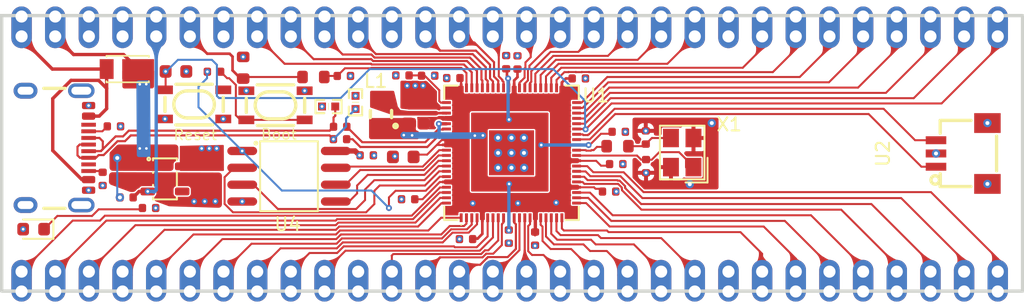
<source format=kicad_pcb>
(kicad_pcb (version 20241229) (generator "pcbnew") (generator_version "9.0")
  (layers (0 "F.Cu" signal "Top Layer") (4 "In1.Cu" signal "Inner1") (6 "In2.Cu" signal "Inner2") (2 "B.Cu" signal "Bottom Layer") (13 "F.Paste" user "Top Paste Mask Layer") (15 "B.Paste" user "Bottom Paste Mask Layer") (5 "F.SilkS" user "Top Silkscreen Layer") (7 "B.SilkS" user "Bottom Silkscreen Layer") (1 "F.Mask" user "Top Solder Mask Layer") (3 "B.Mask" user "Bottom Solder Mask Layer") (25 "Edge.Cuts" user "Multi-Layer"))
  (net 0 "")
  (net 1 "GND")
  (net 2 "RUN")
  (net 3 "1V1")
  (net 4 "Net-(U1-XIN)")
  (net 5 "Net-(U1-QSPI_SS)")
  (net 6 "Net-(U1-XOUT)")
  (net 7 "Net-(U1-QSPI_SD0)")
  (net 8 "Net-(U1-SWDIO)")
  (net 9 "Net-(U1-QSPI_SD1)")
  (net 10 "Net-(U1-SWCLK)")
  (net 11 "Net-(U1-QSPI_SCLK)")
  (net 12 "Net-(U1-QSPI_SD3)")
  (net 13 "Net-(U1-QSPI_SD2)")
  (net 14 "GPIO4")
  (net 15 "GPIO5")
  (net 16 "GPIO6")
  (net 17 "GPIO7")
  (net 18 "GPIO8")
  (net 19 "GPIO9")
  (net 20 "GPIO10")
  (net 21 "GPIO11")
  (net 22 "GPIO12")
  (net 23 "GPIO13")
  (net 24 "GPIO14")
  (net 25 "GPIO15")
  (net 26 "GPIO16")
  (net 27 "GPIO17")
  (net 28 "GPIO18")
  (net 29 "GPIO19")
  (net 30 "GPIO20")
  (net 31 "GPIO21")
  (net 32 "GPIO22")
  (net 33 "GPIO23")
  (net 34 "GPIO24")
  (net 35 "GPIO25")
  (net 36 "GPIO26")
  (net 37 "GPIO27")
  (net 38 "GPIO28")
  (net 39 "GPIO29")
  (net 40 "GPIO30")
  (net 41 "GPIO31")
  (net 42 "GPIO32")
  (net 43 "GPIO33")
  (net 44 "GPIO34")
  (net 45 "GPIO35")
  (net 46 "GPIO0")
  (net 47 "GPIO1")
  (net 48 "GPIO2")
  (net 49 "GPIO3")
  (net 50 "GPIO39")
  (net 51 "GPIO38")
  (net 52 "GPIO37")
  (net 53 "GPIO36")
  (net 54 "VSYS")
  (net 55 "3V3")
  (net 56 "3V3_EN")
  (net 57 "VBUS")
  (net 58 "Net-(Boot1-Pad1)")
  (net 59 "Net-(U1-VREG_AVDD)")
  (net 60 "Net-(C17-Pad1)")
  (net 61 "/VREG_LX")
  (net 62 "Net-(USB1-CC1)")
  (net 63 "Net-(USB1-CC2)")
  (net 65 "GPIO47{slash}ADC7")
  (net 66 "GPIO44{slash}ADC4")
  (net 67 "GPIO45{slash}ADC5")
  (net 68 "GPIO42{slash}ADC2")
  (net 69 "GPIO43{slash}ADC3")
  (net 70 "GPIO46{slash}ADC6")
  (net 71 "GPIO41{slash}ADC1")
  (net 72 "GPIO40{slash}ADC0")
  (net 76 "ADC_VREF")
  (net 77 "Net-(U1-ADC_AVDD)")
  (net 78 "USB2_D-")
  (net 79 "USB2_D+")
  (net 80 "Net-(U1-USB_DM)")
  (net 81 "Net-(U1-USB_DP)")
  (net 82 "Net-(PWR_LED1-Pad1)")
  (footprint "My Stuff:Castellated Pad" (layer "F.Cu") (at 171.84 90.13 180)
    (property "Reference" "GPIO1" (hide yes))
    (property "Value" "Castellated Pad" (hide yes))
  )
  (footprint "My Stuff:Castellated Pad" (layer "F.Cu") (at 159.14 112.91)
    (property "Reference" "GPIO18" (hide yes))
    (property "Value" "Castellated Pad" (hide yes))
  )
  (footprint "My Stuff:Castellated Pad" (layer "F.Cu") (at 154.06 90.13 180)
    (property "Reference" "GPIO38" (hide yes))
    (property "Value" "Castellated Pad" (hide yes))
  )
  (footprint "My Stuff:Castellated Pad" (layer "F.Cu") (at 136.28 90.13 180)
    (property "Reference" "GPIO44" (hide yes))
    (property "Value" "Castellated Pad" (hide yes))
  )
  (footprint "My Stuff:Castellated Pad" (layer "F.Cu") (at 110.88 112.91)
    (property "Reference" "GPIO0" (hide yes))
    (property "Value" "Castellated Pad" (hide yes))
  )
  (footprint "My Stuff:Castellated Pad" (layer "F.Cu") (at 151.52 112.91)
    (property "Reference" "GPIO15" (hide yes))
    (property "Value" "Castellated Pad" (hide yes))
  )
  (footprint "My Stuff:Castellated Pad" (layer "F.Cu") (at 113.42 90.13 180)
    (property "Reference" "VSYS1" (hide yes))
    (property "Value" "Castellated Pad" (hide yes))
  )
  (footprint "PCM_JLCPCB:C_0402" (layer "F.Cu") (at 148.3 94.6 -90)
    (property "Reference" "C14" (hide yes))
    (property "Value" "100nF" (hide yes))
  )
  (footprint "PCM_JLCPCB:R_0603" (layer "F.Cu") (at 132.9 95.7 180)
    (property "Reference" "R7" (hide yes))
    (property "Value" "1Ω")
  )
  (footprint "My Stuff:Castellated Pad" (layer "F.Cu") (at 115.96 90.13 180)
    (property "Reference" "GND6" (hide yes))
    (property "Value" "Castellated Pad" (hide yes))
  )
  (footprint "PCM_JLCPCB:C_0603" (layer "F.Cu") (at 122.53 95.28 180)
    (property "Reference" "C15" (hide yes))
    (property "Value" "100nF" (hide yes))
  )
  (footprint "EasyEDA:D0402-BI" (layer "F.Cu") (at 134.05 97.93)
    (property "Reference" "D2" (hide yes))
    (property "Value" "RCLAMP0521P.TCT-MS" (hide yes))
  )
  (footprint "PCM_JLCPCB:C_0402" (layer "F.Cu") (at 136.925 101.62 180)
    (property "Reference" "C16" (hide yes))
    (property "Value" "100nF" (hide yes))
  )
  (footprint "My Stuff:Castellated Pad" (layer "F.Cu") (at 118.5 112.91)
    (property "Reference" "GPIO3" (hide yes))
    (property "Value" "Castellated Pad" (hide yes))
  )
  (footprint "My Stuff:Castellated Pad" (layer "F.Cu") (at 179.46 112.91)
    (property "Reference" "GPIO25" (hide yes))
    (property "Value" "Castellated Pad" (hide yes))
  )
  (footprint "My Stuff:Castellated Pad" (layer "F.Cu") (at 151.52 90.13 180)
    (property "Reference" "GPIO39" (hide yes))
    (property "Value" "Castellated Pad" (hide yes))
  )
  (footprint "My Stuff:Castellated Pad" (layer "F.Cu") (at 113.42 112.91)
    (property "Reference" "GPIO1" (hide yes))
    (property "Value" "Castellated Pad" (hide yes))
  )
  (footprint "PCM_JLCPCB:SOT-23-5_L3.0-W1.7-P0.95-LS2.8-BR" (layer "F.Cu") (at 121.7 103.4 180)
    (property "Reference" "U3" (hide yes))
    (property "Value" "~" (hide yes))
  )
  (footprint "RP2350 Dev Board:POWERDI-123_L2.8-W1.8-LS3.7-RD" (layer "F.Cu") (at 118.4875 95.1 180)
    (property "Reference" "D1" (hide yes))
    (property "Value" "~")
  )
  (footprint "PCM_JLCPCB:D_0603" (layer "F.Cu") (at 111.79 107.2 180)
    (property "Reference" "PWR_LED1" (hide yes))
    (property "Value" "Red" (hide yes))
  )
  (footprint "My Stuff:Castellated Pad" (layer "F.Cu") (at 184.54 112.91)
    (property "Reference" "GPIO27" (hide yes))
    (property "Value" "Castellated Pad" (hide yes))
  )
  (footprint "My Stuff:Castellated Pad" (layer "F.Cu") (at 146.44 90.13 180)
    (property "Reference" "GPIO41" (hide yes))
    (property "Value" "Castellated Pad" (hide yes))
  )
  (footprint "My Stuff:Castellated Pad" (layer "F.Cu") (at 154.06 112.91)
    (property "Reference" "GPIO16" (hide yes))
    (property "Value" "Castellated Pad" (hide yes))
  )
  (footprint "PCM_JLCPCB:R_0402" (layer "F.Cu") (at 134.92 99.46 180)
    (property "Reference" "R2" (hide yes))
    (property "Value" "33Ω" (hide yes))
  )
  (footprint "My Stuff:Castellated Pad" (layer "F.Cu") (at 138.82 90.13 180)
    (property "Reference" "GND4" (hide yes))
    (property "Value" "Castellated Pad" (hide yes))
  )
  (footprint "My Stuff:Castellated Pad" (layer "F.Cu") (at 126.12 90.13 180)
    (property "Reference" "GND4" (hide yes))
    (property "Value" "Castellated Pad" (hide yes))
  )
  (footprint "My Stuff:Castellated Pad" (layer "F.Cu") (at 184.54 90.13 180)
    (property "Reference" "RUN1" (hide yes))
    (property "Value" "Castellated Pad" (hide yes))
  )
  (footprint "My Stuff:Castellated Pad" (layer "F.Cu") (at 128.66 90.13 180)
    (property "Reference" "GPIO1" (hide yes))
    (property "Value" "Castellated Pad" (hide yes))
  )
  (footprint "PCM_JLCPCB:C_0402" (layer "F.Cu") (at 152.928 95.81)
    (property "Reference" "C7" (hide yes))
    (property "Value" "100nF" (hide yes))
  )
  (footprint "PCM_JLCPCB:C_0402" (layer "F.Cu") (at 157.98 100.27 90)
    (property "Reference" "C17" (hide yes))
    (property "Value" "15pF" (hide yes))
  )
  (footprint "My Stuff:Castellated Pad" (layer "F.Cu") (at 123.58 90.13 180)
    (property "Reference" "ADC_VREF1" (hide yes))
    (property "Value" "Castellated Pad" (hide yes))
  )
  (footprint "PCM_JLCPCB:C_0603" (layer "F.Cu") (at 140.0275 98.435 -90)
    (property "Reference" "C10" (hide yes))
    (property "Value" "4.7uF" (hide yes))
  )
  (footprint "PCM_JLCPCB:C_0603" (layer "F.Cu") (at 139.68 101.74)
    (property "Reference" "C9" (hide yes))
    (property "Value" "100nF" (hide yes))
  )
  (footprint "My Stuff:Castellated Pad" (layer "F.Cu") (at 176.92 90.13 180)
    (property "Reference" "GPIO30" (hide yes))
    (property "Value" "Castellated Pad" (hide yes))
  )
  (footprint "PCM_JLCPCB:C_0402" (layer "F.Cu") (at 158 102.44 90)
    (property "Reference" "C18" (hide yes))
    (property "Value" "15pF" (hide yes))
  )
  (footprint "My Stuff:Castellated Pad" (layer "F.Cu") (at 121.04 112.91)
    (property "Reference" "GPIO4" (hide yes))
    (property "Value" "Castellated Pad" (hide yes))
  )
  (footprint "PCM_JLCPCB:C_0402" (layer "F.Cu") (at 149.626 107.914 -90)
    (property "Reference" "C3" (hide yes))
    (property "Value" "100nF" (hide yes))
  )
  (footprint "My Stuff:Castellated Pad" (layer "F.Cu") (at 131.2 112.91)
    (property "Reference" "GPIO8" (hide yes))
    (property "Value" "Castellated Pad" (hide yes))
  )
  (footprint "EasyEDA:D0402-BI" (layer "F.Cu") (at 136.08 97.62 -90)
    (property "Reference" "D3" (hide yes))
    (property "Value" "RCLAMP0521P.TCT-MS" (hide yes))
  )
  (footprint "My Stuff:Castellated Pad" (layer "F.Cu") (at 164.22 112.91)
    (property "Reference" "GND2" (hide yes))
    (property "Value" "Castellated Pad" (hide yes))
  )
  (footprint "My Stuff:Castellated Pad" (layer "F.Cu") (at 128.66 112.91)
    (property "Reference" "GPIO7" (hide yes))
    (property "Value" "Castellated Pad" (hide yes))
  )
  (footprint "My Stuff:Castellated Pad" (layer "F.Cu") (at 174.38 90.13 180)
    (property "Reference" "GPIO1" (hide yes))
    (property "Value" "Castellated Pad" (hide yes))
  )
  (footprint "My Stuff:Castellated Pad" (layer "F.Cu") (at 146.44 112.91)
    (property "Reference" "GPIO13" (hide yes))
    (property "Value" "Castellated Pad" (hide yes))
  )
  (footprint "PCM_JLCPCB:C_0402" (layer "F.Cu") (at 147.447 94.579 -90)
    (property "Reference" "C13" (hide yes))
    (property "Value" "100nF" (hide yes))
  )
  (footprint "PCM_JLCPCB:C_0402" (layer "F.Cu") (at 155.214 104.358)
    (property "Reference" "C4" (hide yes))
    (property "Value" "100nF" (hide yes))
  )
  (footprint "My Stuff:Castellated Pad" (layer "F.Cu") (at 161.68 112.91)
    (property "Reference" "GPIO19" (hide yes))
    (property "Value" "Castellated Pad" (hide yes))
  )
  (footprint "RP2350 Dev Board:CRYSTAL-SMD_4P-L3.2-W2.5-BL" (layer "F.Cu") (at 160.73 101.41 90)
    (property "Reference" "X1")
    (property "Value" "~" (hide yes))
  )
  (footprint "My Stuff:Castellated Pad" (layer "F.Cu") (at 141.36 90.13 180)
    (property "Reference" "GPIO43" (hide yes))
    (property "Value" "Castellated Pad" (hide yes))
  )
  (footprint "My Stuff:Castellated Pad" (layer "F.Cu") (at 166.76 90.13 180)
    (property "Reference" "GPIO34" (hide yes))
    (property "Value" "Castellated Pad" (hide yes))
  )
  (footprint "PCM_JLCPCB:R_0402" (layer "F.Cu") (at 141.56 95.6 180)
    (property "Reference" "R6" (hide yes))
    (property "Value" "33Ω" (hide yes))
  )
  (footprint "My Stuff:Castellated Pad" (layer "F.Cu") (at 174.38 112.91)
    (property "Reference" "GPIO1" (hide yes))
    (property "Value" "Castellated Pad" (hide yes))
  )
  (footprint "PCM_JLCPCB:C_0402" (layer "F.Cu") (at 135.2 95.62)
    (property "Reference" "C19" (hide yes))
    (property "Value" "4.7uF" (hide yes))
  )
  (footprint "PCM_JLCPCB:C_0402" (layer "F.Cu") (at 139.62 95.58)
    (property "Reference" "C11" (hide yes))
    (property "Value" "4.7uF" (hide yes))
  )
  (footprint "My Stuff:Castellated Pad" (layer "F.Cu") (at 138.82 112.91)
    (property "Reference" "GND1" (hide yes))
    (property "Value" "Castellated Pad" (hide yes))
  )
  (footprint "RP2350 Dev Board:USB-C-SMD_TYPE-C-6PIN-2MD-073" (layer "F.Cu") (at 113.558 101.056 -90)
    (property "Reference" "USB1" (hide yes))
    (property "Value" "~" (hide yes))
  )
  (footprint "My Stuff:Castellated Pad" (layer "F.Cu") (at 148.98 90.13 180)
    (property "Reference" "GPIO40" (hide yes))
    (property "Value" "Castellated Pad" (hide yes))
  )
  (footprint "PCM_JLCPCB:C_0402" (layer "F.Cu") (at 155.94 99.84)
    (property "Reference" "C5" (hide yes))
    (property "Value" "100nF" (hide yes))
  )
  (footprint "My Stuff:Castellated Pad" (layer "F.Cu") (at 148.98 112.91)
    (property "Reference" "GPIO1" (hide yes))
    (property "Value" "Castellated Pad" (hide yes))
  )
  (footprint "RP2350 Dev Board:KEY-SMD_4P-L4.2-W3.2-P2.20-LS5.1-TL" (layer "F.Cu") (at 123.9 97.77)
    (property "Reference" "Reset1" (hide yes))
    (property "Value" "K2-1808SN-A4SW-01" (hide yes))
  )
  (footprint "My Stuff:Castellated Pad" (layer "F.Cu") (at 179.46 90.13 180)
    (property "Reference" "GPIO29" (hide yes))
    (property "Value" "Castellated Pad" (hide yes))
  )
  (footprint "PCM_JLCPCB:R_0402" (layer "F.Cu") (at 117 103.4 90)
    (property "Reference" "R4" (hide yes))
    (property "Value" "5.1kΩ" (hide yes))
  )
  (footprint "PCM_JLCPCB:R_0402" (layer "F.Cu") (at 125.4 95.3 180)
    (property "Reference" "R5" (hide yes))
    (property "Value" "1kΩ" (hide yes))
  )
  (footprint "My Stuff:Castellated Pad" (layer "F.Cu") (at 159.14 90.13 180)
    (property "Reference" "GPIO36" (hide yes))
    (property "Value" "Castellated Pad" (hide yes))
  )
  (footprint "PCM_JLCPCB:R_0402" (layer "F.Cu") (at 117.85 99.43 180)
    (property "Reference" "R1" (hide yes))
    (property "Value" "5.1kΩ" (hide yes))
  )
  (footprint "My Stuff:Castellated Pad" (layer "F.Cu") (at 182 90.13 180)
    (property "Reference" "GPIO28" (hide yes))
    (property "Value" "Castellated Pad" (hide yes))
  )
  (footprint "PCM_JLCPCB:C_0402" (layer "F.Cu") (at 144.419 107.95 180)
    (property "Reference" "C1" (hide yes))
    (property "Value" "100nF" (hide yes))
  )
  (footprint "PCM_JLCPCB:R_0402" (layer "F.Cu") (at 120.5 105.6)
    (property "Reference" "R12" (hide yes))
    (property "Value" "2kΩ" (hide yes))
  )
  (footprint "My Stuff:Castellated Pad" (layer "F.Cu") (at 121.04 90.13 180)
    (property "Reference" "3V3_EN1" (hide yes))
    (property "Value" "Castellated Pad" (hide yes))
  )
  (footprint "RP2350 Dev Board:QFN-80_L10.0-W10.0-P0.40-TL-EP3.4" (layer "F.Cu") (at 147.850396 101.429109 90)
    (property "Reference" "U1")
    (property "Value" "~")
  )
  (footprint "My Stuff:Castellated Pad" (layer "F.Cu") (at 141.36 112.91)
    (property "Reference" "GPIO11" (hide yes))
    (property "Value" "Castellated Pad" (hide yes))
  )
  (footprint "My Stuff:Castellated Pad" (layer "F.Cu") (at 133.74 112.91)
    (property "Reference" "GPIO1" (hide yes))
    (property "Value" "Castellated Pad" (hide yes))
  )
  (footprint "My Stuff:Castellated Pad" (layer "F.Cu") (at 156.6 112.91)
    (property "Reference" "GPIO17" (hide yes))
    (property "Value" "Castellated Pad" (hide yes))
  )
  (footprint "My Stuff:Castellated Pad" (layer "F.Cu") (at 118.5 90.13 180)
    (property "Reference" "3V31" (hide yes))
    (property "Value" "Castellated Pad" (hide yes))
  )
  (footprint "PCM_JLCPCB:C_0603" (layer "F.Cu") (at 124.2 102.72 -90)
    (property "Reference" "C40" (hide yes))
    (property "Value" "10uF" (hide yes))
  )
  (footprint "My Stuff:Castellated Pad" (layer "F.Cu") (at 133.74 90.13 180)
    (property "Reference" "GPIO45" (hide yes))
    (property "Value" "Castellated Pad" (hide yes))
  )
  (footprint "RP2350 Dev Board:KEY-SMD_4P-L4.2-W3.2-P2.20-LS5.1-TL" (layer "F.Cu") (at 130.04 97.84 180)
    (property "Reference" "Boot1" (hide yes))
    (property "Value" "K2-1808SN-A4SW-01" (hide yes))
  )
  (footprint "My Stuff:Castellated Pad" (layer "F.Cu") (at 161.68 90.13 180)
    (property "Reference" "GPIO35" (hide yes))
    (property "Value" "Castellated Pad" (hide yes))
  )
  (footprint "My Stuff:Castellated Pad" (layer "F.Cu") (at 182 112.91)
    (property "Reference" "GPIO26" (hide yes))
    (property "Value" "Castellated Pad" (hide yes))
  )
  (footprint "PCM_JLCPCB:R_0402" (layer "F.Cu") (at 134.91 100.4 180)
    (property "Reference" "R3" (hide yes))
    (property "Value" "33Ω" (hide yes))
  )
  (footprint "PCM_JLCPCB:C_0603" (layer "F.Cu") (at 118.1 102.6 -90)
    (property "Reference" "C39" (hide yes))
    (property "Value" "100nF" (hide yes))
  )
  (footprint "My Stuff:Castellated Pad" (layer "F.Cu") (at 143.9 112.91)
    (property "Reference" "GPIO12" (hide yes))
    (property "Value" "Castellated Pad" (hide yes))
  )
  (footprint "My Stuff:Castellated Pad" (layer "F.Cu") (at 169.3 90.13 180)
    (property "Reference" "GPIO32" (hide yes))
    (property "Value" "Castellated Pad" (hide yes))
  )
  (footprint "My Stuff:Castellated Pad" (layer "F.Cu") (at 176.92 112.91)
    (property "Reference" "GPIO24" (hide yes))
    (property "Value" "Castellated Pad" (hide yes))
  )
  (footprint "RP2350 Dev Board:IND-SMD_L2.0-W1.6_AOTA-B201610S3R3-101-T" (layer "F.Cu") (at 138 98.5 -90)
    (property "Reference" "L1")
    (property "Value" "~" (hide yes))
  )
  (footprint "PCM_JLCPCB:R_0402" (layer "F.Cu") (at 118.8 104.8)
    (property "Reference" "R11" (hide yes))
    (property "Value" "100kΩ" (hide yes))
  )
  (footprint "PCM_JLCPCB:R_0603" (layer "F.Cu") (at 155.849 100.929 180)
    (property "Reference" "R28" (hide yes))
    (property "Value" "1kΩ" (hide yes))
  )
  (footprint "My Stuff:Castellated Pad" (layer "F.Cu") (at 156.6 90.13 180)
    (property "Reference" "GPIO37" (hide yes))
    (property "Value" "Castellated Pad" (hide yes))
  )
  (footprint "My Stuff:Castellated Pad" (layer "F.Cu") (at 115.96 112.91)
    (property "Reference" "GPIO2" (hide yes))
    (property "Value" "Castellated Pad" (hide yes))
  )
  (footprint "PCM_JLCPCB:C_0402" (layer "F.Cu") (at 147.645 107.7615 -90)
    (property "Reference" "C2" (hide yes))
    (property "Value" "100nF" (hide yes))
  )
  (footprint "My Stuff:Castellated Pad" (layer "F.Cu") (at 143.9 90.13 180)
    (property "Reference" "GPIO42" (hide yes))
    (property "Value" "Castellated Pad" (hide yes))
  )
  (footprint "My Stuff:Castellated Pad" (layer "F.Cu") (at 166.76 112.91)
    (property "Reference" "GPIO21" (hide yes))
    (property "Value" "Castellated Pad" (hide yes))
  )
  (footprint "My Stuff:Castellated Pad" (layer "F.Cu") (at 126.12 112.91)
    (property "Reference" "GPIO1" (hide yes))
    (property "Value" "Castellated Pad" (hide yes))
  )
  (footprint "PCM_JLCPCB:C_0603" (layer "F.Cu") (at 141.227 98.441 -90)
    (property "Reference" "C12" (hide yes))
    (property "Value" "4.7uF" (hide yes))
  )
  (footprint "PCM_JLCPCB:C_0603" (layer "F.Cu") (at 119.3 102.92 -90)
    (property "Reference" "C37" (hide yes))
    (property "Value" "10uF" (hide yes))
  )
  (footprint "PCM_JLCPCB:C_0402" (layer "F.Cu") (at 140.05 104.94)
    (property "Reference" "C8" (hide yes))
    (property "Value" "100nF" (hide yes))
  )
  (footprint "PCM_JLCPCB:C_0603" (layer "F.Cu") (at 125.5 102.78 -90)
    (property "Reference" "C38" (hide yes))
    (property "Value" "100nF" (hide yes))
  )
  (footprint "PCM_JLCPCB:C_0402" (layer "F.Cu") (at 155.75 102.28)
    (property "Reference" "C6" (hide yes))
    (property "Value" "100nF" (hide yes))
  )
  (footprint "PCM_JLCPCB:R_0603" (layer "F.Cu") (at 127.6 95 90)
    (property "Reference" "R8" (hide yes))
    (property "Value" "200Ω" (hide yes))
  )
  (footprint "My Stuff:Castellated Pad" (layer "F.Cu") (at 171.84 112.91)
    (property "Reference" "GPIO22" (hide yes))
    (property "Value" "Castellated Pad" (hide yes))
  )
  (footprint "My Stuff:Castellated Pad" (layer "F.Cu") (at 169.3 112.91)
    (property "Reference" "GPIO21" (hide yes))
    (property "Value" "Castellated Pad" (hide yes))
  )
  (footprint "My Stuff:Castellated Pad" (layer "F.Cu") (at 123.58 112.91)
    (property "Reference" "GPIO5" (hide yes))
    (property "Value" "Castellated Pad" (hide yes))
  )
  (footprint "EasyEDA:CONN-SMD_SM03B-SRSS-TB-LF-SN-P" (layer "F.Cu") (at 181.82 101.48 90)
    (property "Reference" "U2")
    (property "Value" "HC-1.0-3PWT" (hide yes))
  )
  (footprint "My Stuff:Castellated Pad" (layer "F.Cu") (at 136.28 112.91)
    (property "Reference" "GPI10" (hide yes))
    (property "Value" "Castellated Pad" (hide yes))
  )
  (footprint "My Stuff:Castellated Pad" (layer "F.Cu") (at 131.2 90.13 180)
    (property "Reference" "GPIO46" (hide yes))
    (property "Value" "Castellated Pad" (hide yes))
  )
  (footprint "My Stuff:Castellated Pad" (layer "F.Cu") (at 110.88 90.13 180)
    (property "Reference" "VBUS1" (hide yes))
    (property "Value" "Castellated Pad" (hide yes))
  )
  (footprint "PCM_JLCPCB:SOIC-8_L5.3-W5.3-P1.27-LS8.0-BL" (layer "F.Cu") (at 131.06 103.2 -90)
    (property "Reference" "U4")
    (property "Value" "W25Q128" (hide yes))
  )
  (footprint "PCM_JLCPCB:C_0402" (layer "F.Cu") (at 143.46 95.78)
    (property "Reference" "C36" (hide yes))
    (property "Value" "100nF" (hide yes))
  )
  (footprint "My Stuff:Castellated Pad" (layer "F.Cu") (at 164.22 90.13 180)
    (property "Reference" "GND3" (hide yes))
    (property "Value" "Castellated Pad" (hide yes))
  )
  (gr_rect (start 109.38 91.0585) (end 186.41 111.8815) (stroke (width 0.254)) (fill no) (layer "Edge.Cuts"))
  (gr_text "Boot" (at 128.88 100.5 0) (layer "F.SilkS") (effects (font (size 0.8 0.8) (thickness 0.1)) (justify left bottom)))
  (gr_text "Reset" (at 122.28 100.54 0) (layer "F.SilkS") (effects (font (size 0.8 0.8) (thickness 0.1)) (justify left bottom)))
  (segment (start 142.4 98.037) (end 142.26 98.037) (width 0.2) (layer "F.Cu") (net 1))
  (segment (start 142.4 98.037) (end 142.4 98) (width 0.2) (layer "F.Cu") (net 1))
  (segment (start 137.48 101.63) (end 137.47 101.62) (width 0.15) (layer "F.Cu") (net 1))
  (segment (start 142.4 98) (end 142.25 97.85) (width 0.2) (layer "F.Cu") (net 1))
  (segment (start 137.497 101.647) (end 137.48 101.63) (width 0.15) (layer "F.Cu") (net 1))
  (segment (start 142.9405 98.037) (end 142.4 98.037) (width 0.2) (layer "F.Cu") (net 1))
  (via (at 141.176 96.357) (size 0.45) (drill 0.2) (layers "F.Cu" "B.Cu") (net 1))
  (via (at 158 102.94) (size 0.45) (drill 0.2) (layers "F.Cu" "B.Cu") (net 1))
  (via (at 161.3 103.8) (size 0.63) (drill 0.3) (layers "F.Cu" "B.Cu") (net 1))
  (via (at 127.84 96.74) (size 0.45) (drill 0.2) (layers "F.Cu" "B.Cu") (net 1))
  (via (at 148.3 94.1) (size 0.45) (drill 0.2) (layers "F.Cu" "B.Cu") (net 1))
  (via (at 147.848 100.294) (size 0.63) (drill 0.3) (layers "F.Cu" "B.Cu") (net 1))
  (via (at 125.5 105.1) (size 0.45) (drill 0.2) (layers "F.Cu" "B.Cu") (net 1))
  (via (at 118.35 99.43) (size 0.45) (drill 0.2) (layers "F.Cu" "B.Cu") (net 1))
  (via (at 124.7 105.1) (size 0.45) (drill 0.2) (layers "F.Cu" "B.Cu") (net 1))
  (via (at 179.88 101.48) (size 0.63) (drill 0.3) (layers "F.Cu" "B.Cu") (net 1))
  (via (at 162.96 99.18) (size 0.63) (drill 0.3) (layers "F.Cu" "B.Cu") (net 1))
  (via (at 127.53 105.11) (size 0.45) (drill 0.2) (layers "F.Cu" "B.Cu") (net 1))
  (via (at 148.8025 102.5585) (size 0.63) (drill 0.3) (layers "F.Cu" "B.Cu") (net 1))
  (via (at 155.759 104.358) (size 0.45) (drill 0.2) (layers "F.Cu" "B.Cu") (net 1))
  (via (at 133.55 97.93) (size 0.45) (drill 0.2) (layers "F.Cu" "B.Cu") (net 1))
  (via (at 139.974 96.357) (size 0.45) (drill 0.2) (layers "F.Cu" "B.Cu") (net 1))
  (via (at 148.7895 100.294) (size 0.63) (drill 0.3) (layers "F.Cu" "B.Cu") (net 1))
  (via (at 123.9 105.110209) (size 0.45) (drill 0.2) (layers "F.Cu" "B.Cu") (net 1))
  (via (at 140.5875 96.357) (size 0.45) (drill 0.2) (layers "F.Cu" "B.Cu") (net 1))
  (via (at 115.938 97.856) (size 0.45) (drill 0.2) (layers "F.Cu" "B.Cu") (net 1))
  (via (at 126.1 98.87) (size 0.45) (drill 0.2) (layers "F.Cu" "B.Cu") (net 1))
  (via (at 115.938 104.256) (size 0.45) (drill 0.2) (layers "F.Cu" "B.Cu") (net 1))
  (via (at 153.428 95.81) (size 0.45) (drill 0.2) (layers "F.Cu" "B.Cu") (net 1))
  (via (at 146.832 100.294) (size 0.63) (drill 0.3) (layers "F.Cu" "B.Cu") (net 1))
  (via (at 156.25 102.28) (size 0.45) (drill 0.2) (layers "F.Cu" "B.Cu") (net 1))
  (via (at 146.8365 102.5585) (size 0.63) (drill 0.3) (layers "F.Cu" "B.Cu") (net 1))
  (via (at 183.76 103.78) (size 0.63) (drill 0.3) (layers "F.Cu" "B.Cu") (net 1))
  (via (at 121 105.6) (size 0.45) (drill 0.2) (layers "F.Cu" "B.Cu") (net 1))
  (via (at 136.08 97.12) (size 0.45) (drill 0.2) (layers "F.Cu" "B.Cu") (net 1))
  (via (at 123.31 95.28) (size 0.45) (drill 0.2) (layers "F.Cu" "B.Cu") (net 1))
  (via (at 132.24 96.74) (size 0.45) (drill 0.2) (layers "F.Cu" "B.Cu") (net 1))
  (via (at 142.96 95.78) (size 0.45) (drill 0.2) (layers "F.Cu" "B.Cu") (net 1))
  (via (at 121.7 98.87) (size 0.45) (drill 0.2) (layers "F.Cu" "B.Cu") (net 1))
  (via (at 148.7895 101.437) (size 0.63) (drill 0.3) (layers "F.Cu" "B.Cu") (net 1))
  (via (at 157.98 99.77) (size 0.45) (drill 0.2) (layers "F.Cu" "B.Cu") (net 1))
  (via (at 139.12 95.58) (size 0.45) (drill 0.2) (layers "F.Cu" "B.Cu") (net 1))
  (via (at 147.848 101.437) (size 0.63) (drill 0.3) (layers "F.Cu" "B.Cu") (net 1))
  (via (at 139.55 104.94) (size 0.45) (drill 0.2) (layers "F.Cu" "B.Cu") (net 1))
  (via (at 147.645 108.2415) (size 0.45) (drill 0.2) (layers "F.Cu" "B.Cu") (net 1))
  (via (at 156.44 99.84) (size 0.45) (drill 0.2) (layers "F.Cu" "B.Cu") (net 1))
  (via (at 183.76 99.18) (size 0.63) (drill 0.3) (layers "F.Cu" "B.Cu") (net 1))
  (via (at 146.8365 101.437) (size 0.63) (drill 0.3) (layers "F.Cu" "B.Cu") (net 1))
  (via (at 149.626 108.459) (size 0.45) (drill 0.2) (layers "F.Cu" "B.Cu") (net 1))
  (via (at 135.7 95.62) (size 0.45) (drill 0.2) (layers "F.Cu" "B.Cu") (net 1))
  (via (at 117 103.9) (size 0.45) (drill 0.2) (layers "F.Cu" "B.Cu") (net 1))
  (via (at 139.048 101.691) (size 0.45) (drill 0.2) (layers "F.Cu" "B.Cu") (net 1))
  (via (at 137.48 101.63) (size 0.45) (drill 0.2) (layers "F.Cu" "B.Cu") (net 1))
  (via (at 147.848 102.5585) (size 0.63) (drill 0.3) (layers "F.Cu" "B.Cu") (net 1))
  (via (at 147.447 94.079) (size 0.45) (drill 0.2) (layers "F.Cu" "B.Cu") (net 1))
  (via (at 143.919 107.95) (size 0.45) (drill 0.2) (layers "F.Cu" "B.Cu") (net 1))
  (segment (start 184.54 93.46) (end 184.54 92.63) (width 0.15) (layer "F.Cu") (net 2))
  (segment (start 155.395 97.7) (end 180.3 97.7) (width 0.15) (layer "F.Cu") (net 2))
  (segment (start 121.75 95.28) (end 121.75 96.62) (width 0.15) (layer "F.Cu") (net 2))
  (segment (start 153.439 99.656) (end 155.395 97.7) (width 0.15) (layer "F.Cu") (net 2))
  (segment (start 180.3 97.7) (end 184.54 93.46) (width 0.15) (layer "F.Cu") (net 2))
  (segment (start 153.439 99.656) (end 153.412109 99.629109) (width 0.16) (layer "F.Cu") (net 2))
  (segment (start 152.763391 99.629109) (end 152.7555 99.637) (width 0.16) (layer "F.Cu") (net 2))
  (segment (start 153.412109 99.629109) (end 152.763391 99.629109) (width 0.16) (layer "F.Cu") (net 2))
  (segment (start 121.75 96.62) (end 121.7 96.67) (width 0.15) (layer "F.Cu") (net 2))
  (via (at 121.75 95.28) (size 0.45) (drill 0.2) (layers "F.Cu" "B.Cu") (net 2))
  (via (at 153.439 99.656) (size 0.45) (drill 0.2) (layers "F.Cu" "B.Cu") (net 2))
  (segment (start 125.62 94.78) (end 125.24 94.4) (width 0.15) (layer "B.Cu") (net 2))
  (segment (start 151 95.1) (end 137.15 95.1) (width 0.15) (layer "B.Cu") (net 2))
  (segment (start 121.8 95.28) (end 121.75 95.28) (width 0.15) (layer "B.Cu") (net 2))
  (segment (start 134.96 97.29) (end 125.78 97.29) (width 0.15) (layer "B.Cu") (net 2))
  (segment (start 153.4 99.617) (end 153.4 97.5) (width 0.15) (layer "B.Cu") (net 2))
  (segment (start 153.439 99.656) (end 153.4 99.617) (width 0.15) (layer "B.Cu") (net 2))
  (segment (start 153.4 97.5) (end 151 95.1) (width 0.15) (layer "B.Cu") (net 2))
  (segment (start 125.62 97.13) (end 125.62 94.78) (width 0.15) (layer "B.Cu") (net 2))
  (segment (start 122.68 94.4) (end 121.8 95.28) (width 0.15) (layer "B.Cu") (net 2))
  (segment (start 125.78 97.29) (end 125.62 97.13) (width 0.15) (layer "B.Cu") (net 2))
  (segment (start 125.24 94.4) (end 122.68 94.4) (width 0.15) (layer "B.Cu") (net 2))
  (segment (start 137.15 95.1) (end 134.96 97.29) (width 0.15) (layer "B.Cu") (net 2))
  (segment (start 147.644 96.5255) (end 147.648 96.5295) (width 0.2) (layer "F.Cu") (net 3))
  (segment (start 142.9405 99.237) (end 142.3675 99.237) (width 0.254) (layer "F.Cu") (net 3))
  (segment (start 147.593 95.848) (end 147.644 95.899) (width 0.2) (layer "F.Cu") (net 3))
  (segment (start 147.447 95.124) (end 147.447 94.997) (width 0.2) (layer "F.Cu") (net 3))
  (segment (start 147.508 95.763) (end 147.508 95.165) (width 0.2) (layer "F.Cu") (net 3))
  (segment (start 155.293 99.987) (end 155.44 99.84) (width 0.15) (layer "F.Cu") (net 3))
  (segment (start 147.6435 107.294) (end 147.6435 106.3495) (width 0.15) (layer "F.Cu") (net 3))
  (segment (start 147.644 95.899) (end 147.644 96.5255) (width 0.2) (layer "F.Cu") (net 3))
  (segment (start 152.7595 100.841) (end 152.7555 100.837) (width 0.15) (layer "F.Cu") (net 3))
  (segment (start 153.666 100.841) (end 152.7595 100.841) (width 0.15) (layer "F.Cu") (net 3))
  (segment (start 153.666 100.841) (end 153.7515 100.841) (width 0.15) (layer "F.Cu") (net 3))
  (segment (start 147.6435 106.3495) (end 147.648 106.3445) (width 0.15) (layer "F.Cu") (net 3))
  (segment (start 147.508 95.165) (end 147.467 95.124) (width 0.2) (layer "F.Cu") (net 3))
  (segment (start 147.593 95.8125) (end 147.593 95.848) (width 0.2) (layer "F.Cu") (net 3))
  (segment (start 147.593 95.848) (end 147.508 95.763) (width 0.2) (layer "F.Cu") (net 3))
  (segment (start 154.6055 99.987) (end 155.293 99.987) (width 0.15) (layer "F.Cu") (net 3))
  (segment (start 153.7515 100.841) (end 154.6055 99.987) (width 0.15) (layer "F.Cu") (net 3))
  (via (at 140.3505 100.111) (size 0.45) (drill 0.2) (layers "F.Cu" "B.Cu") (net 3))
  (via (at 147.67 103.7825) (size 0.45) (drill 0.2) (layers "F.Cu" "B.Cu") (net 3))
  (via (at 153.666 100.841) (size 0.45) (drill 0.2) (layers "F.Cu" "B.Cu") (net 3))
  (via (at 147.6435 107.294) (size 0.45) (drill 0.2) (layers "F.Cu" "B.Cu") (net 3))
  (via (at 147.6625 98.9155) (size 0.45) (drill 0.2) (layers "F.Cu" "B.Cu") (net 3))
  (via (at 139.72 100.093) (size 0.45) (drill 0.2) (layers "F.Cu" "B.Cu") (net 3))
  (via (at 150.094 100.841) (size 0.45) (drill 0.2) (layers "F.Cu" "B.Cu") (net 3))
  (via (at 147.593 95.8125) (size 0.45) (drill 0.2) (layers "F.Cu" "B.Cu") (net 3))
  (via (at 145.081 100.131) (size 0.45) (drill 0.2) (layers "F.Cu" "B.Cu") (net 3))
  (via (at 142.3675 99.237) (size 0.45) (drill 0.2) (layers "F.Cu" "B.Cu") (net 3))
  (via (at 145.689 100.117) (size 0.45) (drill 0.2) (layers "F.Cu" "B.Cu") (net 3))
  (segment (start 147.593 95.8125) (end 147.593 98.846) (width 0.254) (layer "B.Cu") (net 3))
  (segment (start 145.689 100.117) (end 145.675 100.131) (width 0.5) (layer "B.Cu") (net 3))
  (segment (start 145.675 100.131) (end 145.081 100.131) (width 0.5) (layer "B.Cu") (net 3))
  (segment (start 147.652 103.8005) (end 147.67 103.7825) (width 0.254) (layer "B.Cu") (net 3))
  (segment (start 142.387 100.126) (end 142.372 100.111) (width 0.5) (layer "B.Cu") (net 3))
  (segment (start 147.652 107.285) (end 147.652 103.8005) (width 0.254) (layer "B.Cu") (net 3))
  (segment (start 139.72 100.093) (end 139.738 100.111) (width 0.5) (layer "B.Cu") (net 3))
  (segment (start 147.6435 107.294) (end 147.652 107.285) (width 0.254) (layer "B.Cu") (net 3))
  (segment (start 142.372 100.111) (end 140.3505 100.111) (width 0.5) (layer "B.Cu") (net 3))
  (segment (start 142.3675 99.237) (end 142.387 99.2565) (width 0.254) (layer "B.Cu") (net 3))
  (segment (start 150.094 100.841) (end 153.666 100.841) (width 0.254) (layer "B.Cu") (net 3))
  (segment (start 147.593 98.846) (end 147.6625 98.9155) (width 0.254) (layer "B.Cu") (net 3))
  (segment (start 145.0775 100.131) (end 142.392 100.131) (width 0.5) (layer "B.Cu") (net 3))
  (segment (start 142.387 99.2565) (end 142.387 100.126) (width 0.254) (layer "B.Cu") (net 3))
  (segment (start 142.392 100.131) (end 142.387 100.126) (width 0.5) (layer "B.Cu") (net 3))
  (segment (start 139.738 100.111) (end 140.3505 100.111) (width 0.5) (layer "B.Cu") (net 3))
  (segment (start 160.49 101.38) (end 159 101.38) (width 0.15) (layer "F.Cu") (net 4))
  (segment (start 157.632 101.95) (end 157.319 101.637) (width 0.15) (layer "F.Cu") (net 4))
  (segment (start 161.017 102.537) (end 161.017 101.907) (width 0.15) (layer "F.Cu") (net 4))
  (segment (start 161.017 101.907) (end 160.49 101.38) (width 0.15) (layer "F.Cu") (net 4))
  (segment (start 157.319 101.637) (end 152.7555 101.637) (width 0.15) (layer "F.Cu") (net 4))
  (segment (start 158.43 101.95) (end 157.632 101.95) (width 0.15) (layer "F.Cu") (net 4))
  (segment (start 159 101.38) (end 158.43 101.95) (width 0.15) (layer "F.Cu") (net 4))
  (segment (start 138.6 105.6) (end 138.6 104.8) (width 0.15) (layer "F.Cu") (net 5))
  (segment (start 142.440891 103.229109) (end 142.942896 103.229109) (width 0.15) (layer "F.Cu") (net 5))
  (segment (start 138.6 104.8) (end 139.1 104.3) (width 0.15) (layer "F.Cu") (net 5))
  (segment (start 139.1 104.3) (end 141.37 104.3) (width 0.15) (layer "F.Cu") (net 5))
  (segment (start 141.37 104.3) (end 142.440891 103.229109) (width 0.15) (layer "F.Cu") (net 5))
  (via (at 127.53 101.29) (size 0.45) (drill 0.2) (layers "F.Cu" "B.Cu") (net 5))
  (via (at 124.9 95.3) (size 0.45) (drill 0.2) (layers "F.Cu" "B.Cu") (net 5))
  (via (at 138.6 105.6) (size 0.45) (drill 0.2) (layers "F.Cu" "B.Cu") (net 5))
  (segment (start 124.23 97.98) (end 127.53 101.28) (width 0.15) (layer "B.Cu") (net 5))
  (segment (start 127.53 101.28) (end 127.53 101.29) (width 0.15) (layer "B.Cu") (net 5))
  (segment (start 124.23 96.436) (end 124.23 97.98) (width 0.15) (layer "B.Cu") (net 5))
  (segment (start 124.9 95.31) (end 124.876 95.334) (width 0.15) (layer "B.Cu") (net 5))
  (segment (start 124.91 95.3) (end 124.94 95.27) (width 0.15) (layer "B.Cu") (net 5))
  (segment (start 124.876 95.79) (end 124.23 96.436) (width 0.15) (layer "B.Cu") (net 5))
  (segment (start 124.9 95.3) (end 124.91 95.3) (width 0.15) (layer "B.Cu") (net 5))
  (segment (start 138.6 105.6) (end 137.28 104.28) (width 0.15) (layer "B.Cu") (net 5))
  (segment (start 124.876 95.334) (end 124.876 95.79) (width 0.15) (layer "B.Cu") (net 5))
  (segment (start 137.28 104.28) (end 130.52 104.28) (width 0.15) (layer "B.Cu") (net 5))
  (segment (start 124.9 95.3) (end 124.9 95.31) (width 0.15) (layer "B.Cu") (net 5))
  (segment (start 130.52 104.28) (end 127.53 101.29) (width 0.15) (layer "B.Cu") (net 5))
  (segment (start 154.0515 101.225) (end 154.2935 100.983) (width 0.15) (layer "F.Cu") (net 6))
  (segment (start 153.489545 101.267) (end 153.842455 101.267) (width 0.15) (layer "F.Cu") (net 6))
  (segment (start 154.2935 100.983) (end 155.0415 100.983) (width 0.15) (layer "F.Cu") (net 6))
  (segment (start 152.7555 101.237) (end 152.7675 101.225) (width 0.15) (layer "F.Cu") (net 6))
  (segment (start 155.0415 100.983) (end 155.0955 100.929) (width 0.15) (layer "F.Cu") (net 6))
  (segment (start 153.842455 101.267) (end 153.884455 101.225) (width 0.15) (layer "F.Cu") (net 6))
  (segment (start 152.7675 101.225) (end 153.447545 101.225) (width 0.15) (layer "F.Cu") (net 6))
  (segment (start 153.884455 101.225) (end 154.0515 101.225) (width 0.15) (layer "F.Cu") (net 6))
  (segment (start 153.447545 101.225) (end 153.489545 101.267) (width 0.15) (layer "F.Cu") (net 6))
  (segment (start 136.2 104.5) (end 135.68 105.02) (width 0.15) (layer "F.Cu") (net 7))
  (segment (start 135.68 105.02) (end 134.71 105.02) (width 0.15) (layer "F.Cu") (net 7))
  (segment (start 142.340891 102.029109) (end 141.27 103.1) (width 0.15) (layer "F.Cu") (net 7))
  (segment (start 141.27 103.1) (end 137 103.1) (width 0.15) (layer "F.Cu") (net 7))
  (segment (start 137 103.1) (end 136.2 103.9) (width 0.15) (layer "F.Cu") (net 7))
  (segment (start 136.2 103.9) (end 136.2 104.5) (width 0.15) (layer "F.Cu") (net 7))
  (segment (start 142.942896 102.029109) (end 142.340891 102.029109) (width 0.15) (layer "F.Cu") (net 7))
  (segment (start 155.63 98.1) (end 175.925 98.1) (width 0.15) (layer "F.Cu") (net 8))
  (segment (start 153.693 100.037) (end 155.63 98.1) (width 0.15) (layer "F.Cu") (net 8))
  (segment (start 178.305 100.48) (end 179.88 100.48) (width 0.15) (layer "F.Cu") (net 8))
  (segment (start 175.925 98.1) (end 178.305 100.48) (width 0.15) (layer "F.Cu") (net 8))
  (segment (start 153.261 100.086) (end 153.617 100.086) (width 0.15) (layer "F.Cu") (net 8))
  (segment (start 152.7555 100.037) (end 153.212 100.037) (width 0.15) (layer "F.Cu") (net 8))
  (segment (start 153.617 100.086) (end 153.666 100.037) (width 0.15) (layer "F.Cu") (net 8))
  (segment (start 153.212 100.037) (end 153.261 100.086) (width 0.15) (layer "F.Cu") (net 8))
  (segment (start 153.666 100.037) (end 153.693 100.037) (width 0.15) (layer "F.Cu") (net 8))
  (segment (start 126.837 105.927) (end 126.2 105.29) (width 0.15) (layer "F.Cu") (net 9))
  (segment (start 141.32 103.9) (end 137.9 103.9) (width 0.15) (layer "F.Cu") (net 9))
  (segment (start 142.390891 102.829109) (end 141.32 103.9) (width 0.15) (layer "F.Cu") (net 9))
  (segment (start 127.005 102.47) (end 127.65 102.47) (width 0.15) (layer "F.Cu") (net 9))
  (segment (start 126.2 105.29) (end 126.2 103.275) (width 0.15) (layer "F.Cu") (net 9))
  (segment (start 126.2 103.275) (end 127.005 102.47) (width 0.15) (layer "F.Cu") (net 9))
  (segment (start 137.5 104.3) (end 137.5 105.3) (width 0.15) (layer "F.Cu") (net 9))
  (segment (start 142.942896 102.829109) (end 142.390891 102.829109) (width 0.15) (layer "F.Cu") (net 9))
  (segment (start 137.5 105.3) (end 136.873 105.927) (width 0.15) (layer "F.Cu") (net 9))
  (segment (start 136.873 105.927) (end 126.837 105.927) (width 0.15) (layer "F.Cu") (net 9))
  (segment (start 137.9 103.9) (end 137.5 104.3) (width 0.15) (layer "F.Cu") (net 9))
  (segment (start 155.6685 98.5) (end 174.8 98.5) (width 0.15) (layer "F.Cu") (net 10))
  (segment (start 152.7555 100.437) (end 152.7555 100.416) (width 0.15) (layer "F.Cu") (net 10))
  (segment (start 153.7525 100.416) (end 155.6685 98.5) (width 0.15) (layer "F.Cu") (net 10))
  (segment (start 152.7555 100.416) (end 153.7525 100.416) (width 0.15) (layer "F.Cu") (net 10))
  (segment (start 178.78 102.48) (end 179.88 102.48) (width 0.15) (layer "F.Cu") (net 10))
  (segment (start 174.8 98.5) (end 178.78 102.48) (width 0.15) (layer "F.Cu") (net 10))
  (segment (start 142.345859 101.629109) (end 141.244968 102.73) (width 0.15) (layer "F.Cu") (net 11))
  (segment (start 136.43 102.73) (end 135.41 103.75) (width 0.15) (layer "F.Cu") (net 11))
  (segment (start 142.942896 101.629109) (end 142.345859 101.629109) (width 0.15) (layer "F.Cu") (net 11))
  (segment (start 135.41 103.75) (end 134.71 103.75) (width 0.15) (layer "F.Cu") (net 11))
  (segment (start 141.244968 102.73) (end 136.43 102.73) (width 0.15) (layer "F.Cu") (net 11))
  (segment (start 142.942896 101.229109) (end 142.390891 101.229109) (width 0.15) (layer "F.Cu") (net 12))
  (segment (start 142.390891 101.229109) (end 141.15 102.47) (width 0.15) (layer "F.Cu") (net 12))
  (segment (start 141.15 102.47) (end 134.71 102.47) (width 0.15) (layer "F.Cu") (net 12))
  (segment (start 142.350891 102.429109) (end 141.28 103.5) (width 0.15) (layer "F.Cu") (net 13))
  (segment (start 142.942896 102.429109) (end 142.933787 102.42) (width 0.15) (layer "F.Cu") (net 13))
  (segment (start 136.8 105) (end 136.124 105.676) (width 0.15) (layer "F.Cu") (net 13))
  (segment (start 136.124 105.676) (end 130.221 105.676) (width 0.15) (layer "F.Cu") (net 13))
  (segment (start 141.28 103.5) (end 137.5 103.5) (width 0.15) (layer "F.Cu") (net 13))
  (segment (start 128.295 103.75) (end 127.65 103.75) (width 0.15) (layer "F.Cu") (net 13))
  (segment (start 137.5 103.5) (end 136.8 104.2) (width 0.15) (layer "F.Cu") (net 13))
  (segment (start 142.942896 102.429109) (end 142.350891 102.429109) (width 0.15) (layer "F.Cu") (net 13))
  (segment (start 130.221 105.676) (end 128.295 103.75) (width 0.15) (layer "F.Cu") (net 13))
  (segment (start 136.8 104.2) (end 136.8 105) (width 0.15) (layer "F.Cu") (net 13))
  (segment (start 144.048 106.3445) (end 144.048 106.503) (width 0.16) (layer "F.Cu") (net 14))
  (segment (start 141.5765 107.3) (end 134.906 107.3) (width 0.15) (layer "F.Cu") (net 14))
  (segment (start 142.539891 106.336609) (end 141.5765 107.3) (width 0.15) (layer "F.Cu") (net 14))
  (segment (start 144.050396 106.336609) (end 142.539891 106.336609) (width 0.15) (layer "F.Cu") (net 14))
  (segment (start 134.906 107.3) (end 134.606 107.6) (width 0.15) (layer "F.Cu") (net 14))
  (segment (start 123.85 107.6) (end 121.04 110.41) (width 0.15) (layer "F.Cu") (net 14))
  (segment (start 134.606 107.6) (end 123.85 107.6) (width 0.15) (layer "F.Cu") (net 14))
  (segment (start 134.626 107.95) (end 126.04 107.95) (width 0.15) (layer "F.Cu") (net 15))
  (segment (start 144.268 106.962) (end 143.188064 106.962) (width 0.15) (layer "F.Cu") (net 15))
  (segment (start 134.992532 107.599) (end 134.971532 107.62) (width 0.15) (layer "F.Cu") (net 15))
  (segment (start 144.450396 106.779604) (end 144.268 106.962) (width 0.15) (layer "F.Cu") (net 15))
  (segment (start 134.956 107.62) (end 134.626 107.95) (width 0.15) (layer "F.Cu") (net 15))
  (segment (start 142.551064 107.599) (end 134.992532 107.599) (width 0.15) (layer "F.Cu") (net 15))
  (segment (start 134.971532 107.62) (end 134.956 107.62) (width 0.15) (layer "F.Cu") (net 15))
  (segment (start 144.450396 106.336609) (end 144.450396 106.779604) (width 0.15) (layer "F.Cu") (net 15))
  (segment (start 143.188064 106.962) (end 142.551064 107.599) (width 0.15) (layer "F.Cu") (net 15))
  (segment (start 126.04 107.95) (end 123.58 110.41) (width 0.15) (layer "F.Cu") (net 15))
  (segment (start 143.292032 107.213) (end 142.605032 107.9) (width 0.15) (layer "F.Cu") (net 16))
  (segment (start 144.848 106.85) (end 144.485 107.213) (width 0.15) (layer "F.Cu") (net 16))
  (segment (start 142.605032 107.9) (end 135.0465 107.9) (width 0.15) (layer "F.Cu") (net 16))
  (segment (start 134.6465 108.3) (end 128.23 108.3) (width 0.15) (layer "F.Cu") (net 16))
  (segment (start 144.848 106.3445) (end 144.848 106.85) (width 0.15) (layer "F.Cu") (net 16))
  (segment (start 144.485 107.213) (end 143.292032 107.213) (width 0.15) (layer "F.Cu") (net 16))
  (segment (start 135.0465 107.9) (end 134.6465 108.3) (width 0.15) (layer "F.Cu") (net 16))
  (segment (start 128.23 108.3) (end 126.12 110.41) (width 0.15) (layer "F.Cu") (net 16))
  (segment (start 145.248 106.3445) (end 145.248 106.831) (width 0.15) (layer "F.Cu") (net 17))
  (segment (start 135.1165 108.2) (end 134.6665 108.65) (width 0.15) (layer "F.Cu") (net 17))
  (segment (start 144.615 107.464) (end 143.396 107.464) (width 0.15) (layer "F.Cu") (net 17))
  (segment (start 145.248 106.831) (end 144.615 107.464) (width 0.15) (layer "F.Cu") (net 17))
  (segment (start 130.42 108.65) (end 128.66 110.41) (width 0.15) (layer "F.Cu") (net 17))
  (segment (start 143.396 107.464) (end 142.66 108.2) (width 0.15) (layer "F.Cu") (net 17))
  (segment (start 142.66 108.2) (end 135.1165 108.2) (width 0.15) (layer "F.Cu") (net 17))
  (segment (start 134.6665 108.65) (end 130.42 108.65) (width 0.15) (layer "F.Cu") (net 17))
  (segment (start 143.58 108.569071) (end 143.510929 108.5) (width 0.15) (layer "F.Cu") (net 18))
  (segment (start 143.510929 108.5) (end 135.191 108.5) (width 0.15) (layer "F.Cu") (net 18))
  (segment (start 145.224429 108.569071) (end 143.58 108.569071) (width 0.15) (layer "F.Cu") (net 18))
  (segment (start 146.048 107.7455) (end 145.224429 108.569071) (width 0.15) (layer "F.Cu") (net 18))
  (segment (start 132.61 109) (end 131.2 110.41) (width 0.15) (layer "F.Cu") (net 18))
  (segment (start 134.691 109) (end 132.61 109) (width 0.15) (layer "F.Cu") (net 18))
  (segment (start 135.191 108.5) (end 134.691 109) (width 0.15) (layer "F.Cu") (net 18))
  (segment (start 146.048 106.3445) (end 146.048 107.7455) (width 0.15) (layer "F.Cu") (net 18))
  (segment (start 146.451 107.824) (end 145.447 108.828) (width 0.15) (layer "F.Cu") (net 19))
  (segment (start 135.322 108.828) (end 133.74 110.41) (width 0.15) (layer "F.Cu") (net 19))
  (segment (start 145.447 108.828) (end 135.322 108.828) (width 0.15) (layer "F.Cu") (net 19))
  (segment (start 146.448 106.3445) (end 146.451 106.3475) (width 0.15) (layer "F.Cu") (net 19))
  (segment (start 146.451 106.3475) (end 146.451 107.824) (width 0.15) (layer "F.Cu") (net 19))
  (segment (start 138.82 109.21) (end 138.82 110.41) (width 0.15) (layer "F.Cu") (net 20))
  (segment (start 145.56111 109.079) (end 138.931 109.079) (width 0.15) (layer "F.Cu") (net 20))
  (segment (start 146.848 106.3445) (end 146.848 108.052) (width 0.15) (layer "F.Cu") (net 20))
  (segment (start 146.848 108.052) (end 146.101 108.799) (width 0.15) (layer "F.Cu") (net 20))
  (segment (start 138.931 109.079) (end 138.81 109.2) (width 0.15) (layer "F.Cu") (net 20))
  (segment (start 138.81 109.2) (end 138.82 109.21) (width 0.15) (layer "F.Cu") (net 20))
  (segment (start 146.101 108.799) (end 145.84111 108.799) (width 0.15) (layer "F.Cu") (net 20))
  (segment (start 145.84111 108.799) (end 145.56111 109.079) (width 0.15) (layer "F.Cu") (net 20))
  (segment (start 145.945078 109.05) (end 145.95022 109.05) (width 0.15) (layer "F.Cu") (net 21))
  (segment (start 147.136396 106.845109) (end 147.136396 106.803104) (width 0.15) (layer "F.Cu") (net 21))
  (segment (start 145.95472 109.0545) (end 146.4705 109.0545) (width 0.15) (layer "F.Cu") (net 21))
  (segment (start 145.95022 109.05) (end 145.95472 109.0545) (width 0.15) (layer "F.Cu") (net 21))
  (segment (start 147.136396 106.803104) (end 147.248 106.6915) (width 0.15) (layer "F.Cu") (net 21))
  (segment (start 147.12 108.405) (end 147.12 106.845109) (width 0.15) (layer "F.Cu") (net 21))
  (segment (start 147.248 106.6915) (end 147.248 106.3445) (width 0.15) (layer "F.Cu") (net 21))
  (segment (start 145.665078 109.33) (end 145.945078 109.05) (width 0.15) (layer "F.Cu") (net 21))
  (segment (start 142.44 109.33) (end 145.665078 109.33) (width 0.15) (layer "F.Cu") (net 21))
  (segment (start 141.36 110.41) (end 142.44 109.33) (width 0.15) (layer "F.Cu") (net 21))
  (segment (start 147.12 106.845109) (end 147.136396 106.845109) (width 0.15) (layer "F.Cu") (net 21))
  (segment (start 146.4705 109.0545) (end 147.12 108.405) (width 0.15) (layer "F.Cu") (net 21))
  (segment (start 148.048 106.3445) (end 148.048 106.6975) (width 0.16) (layer "F.Cu") (net 22))
  (segment (start 145.97633 109.402) (end 145.48833 109.89) (width 0.16) (layer "F.Cu") (net 22))
  (segment (start 147.5625 109.311) (end 146.07 109.311) (width 0.16) (layer "F.Cu") (net 22))
  (segment (start 148.18 106.8295) (end 148.18 108.6935) (width 0.16) (layer "F.Cu") (net 22))
  (segment (start 148.18 108.6935) (end 147.5625 109.311) (width 0.16) (layer "F.Cu") (net 22))
  (segment (start 146.0695 109.3105) (end 146.06922 109.3105) (width 0.16) (layer "F.Cu") (net 22))
  (segment (start 148.048 106.6975) (end 148.18 106.8295) (width 0.16) (layer "F.Cu") (net 22))
  (segment (start 146.06922 109.3105) (end 145.97772 109.402) (width 0.16) (layer "F.Cu") (net 22))
  (segment (start 145.97772 109.402) (end 145.97633 109.402) (width 0.16) (layer "F.Cu") (net 22))
  (segment (start 146.07 109.311) (end 146.0695 109.3105) (width 0.16) (layer "F.Cu") (net 22))
  (segment (start 145.48833 109.89) (end 144.42 109.89) (width 0.16) (layer "F.Cu") (net 22))
  (segment (start 144.42 109.89) (end 143.9 110.41) (width 0.16) (layer "F.Cu") (net 22))
  (segment (start 148.450396 106.336609) (end 148.450396 108.785142) (width 0.15) (layer "F.Cu") (net 23))
  (segment (start 148.450396 108.785142) (end 146.825538 110.41) (width 0.15) (layer "F.Cu") (net 23))
  (segment (start 146.825538 110.41) (end 146.44 110.41) (width 0.15) (layer "F.Cu") (net 23))
  (segment (start 148.448 106.3445) (end 148.458731 106.355231) (width 0.16) (layer "F.Cu") (net 23))
  (segment (start 148.848 110.278) (end 148.98 110.41) (width 0.16) (layer "F.Cu") (net 24))
  (segment (start 148.848 106.3445) (end 148.848 110.278) (width 0.16) (layer "F.Cu") (net 24))
  (segment (start 149.395 109.15) (end 150.26 109.15) (width 0.15) (layer "F.Cu") (net 25))
  (segment (start 149.11 108.865) (end 149.395 109.15) (width 0.15) (layer "F.Cu") (net 25))
  (segment (start 149.248 106.3445) (end 149.248 106.825) (width 0.15) (layer "F.Cu") (net 25))
  (segment (start 150.26 109.15) (end 151.52 110.41) (width 0.15) (layer "F.Cu") (net 25))
  (segment (start 149.248 106.825) (end 149.11 106.963) (width 0.15) (layer "F.Cu") (net 25))
  (segment (start 149.11 106.963) (end 149.11 108.865) (width 0.15) (layer "F.Cu") (net 25))
  (segment (start 150.8 108.7) (end 152.35 108.7) (width 0.15) (layer "F.Cu") (net 26))
  (segment (start 152.35 108.7) (end 154.06 110.41) (width 0.15) (layer "F.Cu") (net 26))
  (segment (start 150.048 106.869) (end 150.19 107.011) (width 0.15) (layer "F.Cu") (net 26))
  (segment (start 150.19 108.09) (end 150.8 108.7) (width 0.15) (layer "F.Cu") (net 26))
  (segment (start 150.19 107.011) (end 150.19 108.09) (width 0.15) (layer "F.Cu") (net 26))
  (segment (start 150.048 106.3445) (end 150.048 106.869) (width 0.15) (layer "F.Cu") (net 26))
  (segment (start 150.448 106.3445) (end 150.448 107.7475) (width 0.15) (layer "F.Cu") (net 27))
  (segment (start 155.04 108.85) (end 156.6 110.41) (width 0.15) (layer "F.Cu") (net 27))
  (segment (start 153.2775 108.35) (end 153.7775 108.85) (width 0.15) (layer "F.Cu") (net 27))
  (segment (start 151.0505 108.35) (end 153.2775 108.35) (width 0.15) (layer "F.Cu") (net 27))
  (segment (start 150.448 107.7475) (end 151.0505 108.35) (width 0.15) (layer "F.Cu") (net 27))
  (segment (start 153.7775 108.85) (end 155.04 108.85) (width 0.15) (layer "F.Cu") (net 27))
  (segment (start 150.848 106.3445) (end 150.848 107.548) (width 0.15) (layer "F.Cu") (net 28))
  (segment (start 150.848 107.548) (end 151.3 108) (width 0.15) (layer "F.Cu") (net 28))
  (segment (start 157.08 108.35) (end 159.14 110.41) (width 0.15) (layer "F.Cu") (net 28))
  (segment (start 151.3 108) (end 153.85 108) (width 0.15) (layer "F.Cu") (net 28))
  (segment (start 154.2 108.35) (end 157.08 108.35) (width 0.15) (layer "F.Cu") (net 28))
  (segment (start 153.85 108) (end 154.2 108.35) (width 0.15) (layer "F.Cu") (net 28))
  (segment (start 151.24 106.3525) (end 151.24 107.34) (width 0.15) (layer "F.Cu") (net 29))
  (segment (start 154.6 107.875) (end 159.145 107.875) (width 0.15) (layer "F.Cu") (net 29))
  (segment (start 154.375 107.65) (end 154.6 107.875) (width 0.15) (layer "F.Cu") (net 29))
  (segment (start 151.248 106.3445) (end 151.24 106.3525) (width 0.15) (layer "F.Cu") (net 29))
  (segment (start 159.145 107.875) (end 161.68 110.41) (width 0.15) (layer "F.Cu") (net 29))
  (segment (start 151.24 107.34) (end 151.55 107.65) (width 0.15) (layer "F.Cu") (net 29))
  (segment (start 151.55 107.65) (end 154.375 107.65) (width 0.15) (layer "F.Cu") (net 29))
  (segment (start 155.05 107.3) (end 155.175 107.425) (width 0.15) (layer "F.Cu") (net 30))
  (segment (start 151.648 106.3445) (end 151.65 106.3465) (width 0.15) (layer "F.Cu") (net 30))
  (segment (start 151.8 107.3) (end 155.05 107.3) (width 0.15) (layer "F.Cu") (net 30))
  (segment (start 151.65 106.3465) (end 151.65 107.15) (width 0.15) (layer "F.Cu") (net 30))
  (segment (start 165.125 107.425) (end 166.76 109.06) (width 0.15) (layer "F.Cu") (net 30))
  (segment (start 155.175 107.425) (end 165.125 107.425) (width 0.15) (layer "F.Cu") (net 30))
  (segment (start 151.65 107.15) (end 151.8 107.3) (width 0.15) (layer "F.Cu") (net 30))
  (segment (start 166.76 109.06) (end 166.76 110.41) (width 0.15) (layer "F.Cu") (net 30))
  (segment (start 169.3 109.424) (end 169.3 110.41) (width 0.15) (layer "F.Cu") (net 31))
  (segment (start 166.876 107) (end 169.3 109.424) (width 0.15) (layer "F.Cu") (net 31))
  (segment (start 155.25 107) (end 166.876 107) (width 0.15) (layer "F.Cu") (net 31))
  (segment (start 152.764961 105.227539) (end 153.477539 105.227539) (width 0.15) (layer "F.Cu") (net 31))
  (segment (start 152.7555 105.237) (end 152.764961 105.227539) (width 0.15) (layer "F.Cu") (net 31))
  (segment (start 153.477539 105.227539) (end 155.25 107) (width 0.15) (layer "F.Cu") (net 31))
  (segment (start 171.84 109.94) (end 171.84 110.41) (width 0.15) (layer "F.Cu") (net 32))
  (segment (start 155.375 106.575) (end 168.475 106.575) (width 0.15) (layer "F.Cu") (net 32))
  (segment (start 168.475 106.575) (end 171.84 109.94) (width 0.15) (layer "F.Cu") (net 32))
  (segment (start 153.637 104.837) (end 155.375 106.575) (width 0.15) (layer "F.Cu") (net 32))
  (segment (start 152.7555 104.837) (end 153.637 104.837) (width 0.15) (layer "F.Cu") (net 32))
  (segment (start 155.482 106.15) (end 170.45 106.15) (width 0.15) (layer "F.Cu") (net 33))
  (segment (start 153.769 104.437) (end 155.482 106.15) (width 0.15) (layer "F.Cu") (net 33))
  (segment (start 170.45 106.15) (end 174.38 110.08) (width 0.15) (layer "F.Cu") (net 33))
  (segment (start 152.7555 104.437) (end 153.769 104.437) (width 0.15) (layer "F.Cu") (net 33))
  (segment (start 174.38 110.08) (end 174.38 110.41) (width 0.15) (layer "F.Cu") (net 33))
  (segment (start 156.17 104.166545) (end 156.185 104.181545) (width 0.15) (layer "F.Cu") (net 34))
  (segment (start 155.897272 103.7805) (end 156.17 104.053228) (width 0.15) (layer "F.Cu") (net 34))
  (segment (start 156.185 104.255) (end 157.655 105.725) (width 0.15) (layer "F.Cu") (net 34))
  (segment (start 152.7555 103.637) (end 153.21 103.637) (width 0.15) (layer "F.Cu") (net 34))
  (segment (start 156.185 104.181545) (end 156.185 104.255) (width 0.15) (layer "F.Cu") (net 34))
  (segment (start 176.92 109.92) (end 176.92 110.41) (width 0.15) (layer "F.Cu") (net 34))
  (segment (start 153.3535 103.7805) (end 155.897272 103.7805) (width 0.15) (layer "F.Cu") (net 34))
  (segment (start 156.17 104.053228) (end 156.17 104.166545) (width 0.15) (layer "F.Cu") (net 34))
  (segment (start 172.725 105.725) (end 176.92 109.92) (width 0.15) (layer "F.Cu") (net 34))
  (segment (start 153.21 103.637) (end 153.3535 103.7805) (width 0.15) (layer "F.Cu") (net 34))
  (segment (start 157.655 105.725) (end 172.725 105.725) (width 0.15) (layer "F.Cu") (net 34))
  (segment (start 156.421 103.94926) (end 156.421 104.062577) (width 0.15) (layer "F.Cu") (net 35))
  (segment (start 156.436 104.077577) (end 156.436 104.106) (width 0.15) (layer "F.Cu") (net 35))
  (segment (start 175 105.3) (end 179.46 109.76) (width 0.15) (layer "F.Cu") (net 35))
  (segment (start 156.421 104.062577) (end 156.436 104.077577) (width 0.15) (layer "F.Cu") (net 35))
  (segment (start 153.594 103.5) (end 155.83 103.5) (width 0.15) (layer "F.Cu") (net 35))
  (segment (start 156.436 104.106) (end 157.63 105.3) (width 0.15) (layer "F.Cu") (net 35))
  (segment (start 152.7555 103.237) (end 153.331 103.237) (width 0.15) (layer "F.Cu") (net 35))
  (segment (start 157.63 105.3) (end 175 105.3) (width 0.15) (layer "F.Cu") (net 35))
  (segment (start 155.8595 103.5295) (end 156.00124 103.5295) (width 0.15) (layer "F.Cu") (net 35))
  (segment (start 156.00124 103.5295) (end 156.421 103.94926) (width 0.15) (layer "F.Cu") (net 35))
  (segment (start 153.331 103.237) (end 153.594 103.5) (width 0.15) (layer "F.Cu") (net 35))
  (segment (start 155.83 103.5) (end 155.8595 103.5295) (width 0.15) (layer "F.Cu") (net 35))
  (segment (start 179.46 109.76) (end 179.46 110.41) (width 0.15) (layer "F.Cu") (net 35))
  (segment (start 177.25 104.85) (end 157.72 104.85) (width 0.15) (layer "F.Cu") (net 36))
  (segment (start 153.8 103.2) (end 153.437 102.837) (width 0.15) (layer "F.Cu") (net 36))
  (segment (start 182 110.41) (end 182 109.6) (width 0.15) (layer "F.Cu") (net 36))
  (segment (start 182 109.6) (end 177.25 104.85) (width 0.15) (layer "F.Cu") (net 36))
  (segment (start 157.72 104.85) (end 156.07 103.2) (width 0.15) (layer "F.Cu") (net 36))
  (segment (start 153.437 102.837) (end 152.7555 102.837) (width 0.15) (layer "F.Cu") (net 36))
  (segment (start 156.07 103.2) (end 153.8 103.2) (width 0.15) (layer "F.Cu") (net 36))
  (segment (start 157.81 104.4) (end 179.5 104.4) (width 0.15) (layer "F.Cu") (net 37))
  (segment (start 184.54 109.44) (end 184.54 110.41) (width 0.15) (layer "F.Cu") (net 37))
  (segment (start 152.7555 102.437) (end 153.562 102.437) (width 0.15) (layer "F.Cu") (net 37))
  (segment (start 156.31 102.9) (end 157.81 104.4) (width 0.15) (layer "F.Cu") (net 37))
  (segment (start 179.5 104.4) (end 184.54 109.44) (width 0.15) (layer "F.Cu") (net 37))
  (segment (start 154.025 102.9) (end 156.31 102.9) (width 0.15) (layer "F.Cu") (net 37))
  (segment (start 153.562 102.437) (end 154.025 102.9) (width 0.15) (layer "F.Cu") (net 37))
  (segment (start 155.325 97.3) (end 153.399 99.226) (width 0.15) (layer "F.Cu") (net 38))
  (segment (start 178.2 97.3) (end 155.325 97.3) (width 0.15) (layer "F.Cu") (net 38))
  (segment (start 182 92.63) (end 182 93.5) (width 0.15) (layer "F.Cu") (net 38))
  (segment (start 152.7665 99.226) (end 152.7555 99.237) (width 0.15) (layer "F.Cu") (net 38))
  (segment (start 153.399 99.226) (end 152.7665 99.226) (width 0.15) (layer "F.Cu") (net 38))
  (segment (start 182 93.5) (end 178.2 97.3) (width 0.15) (layer "F.Cu") (net 38))
  (segment (start 155.275 96.9) (end 153.338 98.837) (width 0.15) (layer "F.Cu") (net 39))
  (segment (start 153.338 98.837) (end 152.7555 98.837) (width 0.15) (layer "F.Cu") (net 39))
  (segment (start 179.46 93.46) (end 179.5 93.5) (width 0.15) (layer "F.Cu") (net 39))
  (segment (start 179.46 92.63) (end 179.46 93.46) (width 0.15) (layer "F.Cu") (net 39))
  (segment (start 179.5 92.7) (end 179.5 92.67) (width 0.15) (layer "F.Cu") (net 39))
  (segment (start 179.5 92.67) (end 179.46 92.63) (width 0.15) (layer "F.Cu") (net 39))
  (segment (start 179.5 93.5) (end 176.1 96.9) (width 0.15) (layer "F.Cu") (net 39))
  (segment (start 176.1 96.9) (end 155.275 96.9) (width 0.15) (layer "F.Cu") (net 39))
  (segment (start 177 93.1) (end 177 92.71) (width 0.15) (layer "F.Cu") (net 40))
  (segment (start 176.9 93.6) (end 174 96.5) (width 0.15) (layer "F.Cu") (net 40))
  (segment (start 176.9 92.65) (end 176.9 93.6) (width 0.15) (layer "F.Cu") (net 40))
  (segment (start 153.288 98.437) (end 152.7555 98.437) (width 0.15) (layer "F.Cu") (net 40))
  (segment (start 174 96.5) (end 155.225 96.5) (width 0.15) (layer "F.Cu") (net 40))
  (segment (start 176.92 92.63) (end 176.9 92.65) (width 0.15) (layer "F.Cu") (net 40))
  (segment (start 155.225 96.5) (end 153.288 98.437) (width 0.15) (layer "F.Cu") (net 40))
  (segment (start 177 92.71) (end 176.92 92.63) (width 0.15) (layer "F.Cu") (net 40))
  (segment (start 174.4 93.5) (end 171.8 96.1) (width 0.15) (layer "F.Cu") (net 41))
  (segment (start 171.8 96.1) (end 155.15 96.1) (width 0.15) (layer "F.Cu") (net 41))
  (segment (start 155.15 96.1) (end 153.213 98.037) (width 0.15) (layer "F.Cu") (net 41))
  (segment (start 174.38 93.48) (end 174.4 93.5) (width 0.15) (layer "F.Cu") (net 41))
  (segment (start 174.38 92.63) (end 174.38 93.48) (width 0.15) (layer "F.Cu") (net 41))
  (segment (start 153.213 98.037) (end 152.7555 98.037) (width 0.15) (layer "F.Cu") (net 41))
  (segment (start 171.84 93.46) (end 169.6 95.7) (width 0.15) (layer "F.Cu") (net 42))
  (segment (start 171.84 92.63) (end 171.84 93.46) (width 0.15) (layer "F.Cu") (net 42))
  (segment (start 169.6 95.7) (end 155.075 95.7) (width 0.15) (layer "F.Cu") (net 42))
  (segment (start 153.138 97.637) (end 152.7555 97.637) (width 0.15) (layer "F.Cu") (net 42))
  (segment (start 155.075 95.7) (end 153.138 97.637) (width 0.15) (layer "F.Cu") (net 42))
  (segment (start 153.702772 95.324) (end 153.708772 95.33) (width 0.15) (layer "F.Cu") (net 43))
  (segment (start 153.708772 95.33) (end 167.57 95.33) (width 0.15) (layer "F.Cu") (net 43))
  (segment (start 169.3 93.6) (end 169.3 92.63) (width 0.15) (layer "F.Cu") (net 43))
  (segment (start 152.708772 95.33) (end 153.147228 95.33) (width 0.15) (layer "F.Cu") (net 43))
  (segment (start 151.83831 95.33) (end 152.147228 95.33) (width 0.15) (layer "F.Cu") (net 43))
  (segment (start 153.153228 95.324) (end 153.702772 95.324) (width 0.15) (layer "F.Cu") (net 43))
  (segment (start 151.248 95.92031) (end 151.83831 95.33) (width 0.15) (layer "F.Cu") (net 43))
  (segment (start 167.57 95.33) (end 169.3 93.6) (width 0.15) (layer "F.Cu") (net 43))
  (segment (start 152.702772 95.324) (end 152.708772 95.33) (width 0.15) (layer "F.Cu") (net 43))
  (segment (start 152.153228 95.324) (end 152.702772 95.324) (width 0.15) (layer "F.Cu") (net 43))
  (segment (start 152.147228 95.33) (end 152.153228 95.324) (width 0.15) (layer "F.Cu") (net 43))
  (segment (start 153.147228 95.33) (end 153.153228 95.324) (width 0.15) (layer "F.Cu") (net 43))
  (segment (start 151.248 96.5295) (end 151.248 95.92031) (width 0.15) (layer "F.Cu") (net 43))
  (segment (start 165.3 95) (end 166.76 93.54) (width 0.15) (layer "F.Cu") (net 44))
  (segment (start 150.848 95.752) (end 151.6 95) (width 0.15) (layer "F.Cu") (net 44))
  (segment (start 151.6 95) (end 165.3 95) (width 0.15) (layer "F.Cu") (net 44))
  (segment (start 166.76 93.54) (end 166.76 92.63) (width 0.15) (layer "F.Cu") (net 44))
  (segment (start 150.848 96.5295) (end 150.848 95.752) (width 0.15) (layer "F.Cu") (net 44))
  (segment (start 161.68 92.63) (end 159.61 94.7) (width 0.15) (layer "F.Cu") (net 45))
  (segment (start 150.450396 95.649604) (end 150.450396 96.521609) (width 0.15) (layer "F.Cu") (net 45))
  (segment (start 151.4 94.7) (end 150.450396 95.649604) (width 0.15) (layer "F.Cu") (net 45))
  (segment (start 159.61 94.7) (end 151.4 94.7) (width 0.15) (layer "F.Cu") (net 45))
  (segment (start 117.172 106.178) (end 116.8 106.55) (width 0.15) (layer "F.Cu") (net 46))
  (segment (start 142.9405 104.037) (end 142.926 104.051) (width 0.15) (layer "F.Cu") (net 46))
  (segment (start 142.4495 104.051) (end 140.3225 106.178) (width 0.15) (layer "F.Cu") (net 46))
  (segment (start 142.926 104.051) (end 142.4495 104.051) (width 0.15) (layer "F.Cu") (net 46))
  (segment (start 140.3225 106.178) (end 117.172 106.178) (width 0.15) (layer "F.Cu") (net 46))
  (segment (start 114.74 106.55) (end 110.88 110.41) (width 0.15) (layer "F.Cu") (net 46))
  (segment (start 116.8 106.55) (end 114.74 106.55) (width 0.15) (layer "F.Cu") (net 46))
  (segment (start 142.942896 104.429109) (end 142.428621 104.429109) (width 0.15) (layer "F.Cu") (net 47))
  (segment (start 134.68423 106.449) (end 134.58323 106.55) (width 0.15) (layer "F.Cu") (net 47))
  (segment (start 140.40873 106.449) (end 134.68423 106.449) (width 0.15) (layer "F.Cu") (net 47))
  (segment (start 142.428621 104.429109) (end 140.40873 106.449) (width 0.15) (layer "F.Cu") (net 47))
  (segment (start 134.58323 106.55) (end 117.28 106.55) (width 0.15) (layer "F.Cu") (net 47))
  (segment (start 117.28 106.55) (end 113.42 110.41) (width 0.15) (layer "F.Cu") (net 47))
  (segment (start 119.47 106.9) (end 115.96 110.41) (width 0.15) (layer "F.Cu") (net 48))
  (segment (start 134.588198 106.9) (end 119.47 106.9) (width 0.15) (layer "F.Cu") (net 48))
  (segment (start 134.788198 106.7) (end 134.588198 106.9) (width 0.15) (layer "F.Cu") (net 48))
  (segment (start 142.9405 104.837) (end 142.4665 104.837) (width 0.15) (layer "F.Cu") (net 48))
  (segment (start 140.6035 106.7) (end 134.788198 106.7) (width 0.15) (layer "F.Cu") (net 48))
  (segment (start 142.4665 104.837) (end 140.6035 106.7) (width 0.15) (layer "F.Cu") (net 48))
  (segment (start 121.66 107.25) (end 118.5 110.41) (width 0.15) (layer "F.Cu") (net 49))
  (segment (start 140.8 107) (end 134.851032 107) (width 0.15) (layer "F.Cu") (net 49))
  (segment (start 142.9405 105.237) (end 142.563 105.237) (width 0.15) (layer "F.Cu") (net 49))
  (segment (start 134.851032 107) (end 134.601032 107.25) (width 0.15) (layer "F.Cu") (net 49))
  (segment (start 134.601032 107.25) (end 121.66 107.25) (width 0.15) (layer "F.Cu") (net 49))
  (segment (start 142.563 105.237) (end 140.8 107) (width 0.15) (layer "F.Cu") (net 49))
  (segment (start 149.089 95.955109) (end 148.850396 96.193713) (width 0.15) (layer "F.Cu") (net 50))
  (segment (start 148.8295 96.511) (end 148.848 96.5295) (width 0.15) (layer "F.Cu") (net 50))
  (segment (start 151.42 92.63) (end 149.2 94.85) (width 0.15) (layer "F.Cu") (net 50))
  (segment (start 148.850396 96.193713) (end 148.850396 96.521609) (width 0.15) (layer "F.Cu") (net 50))
  (segment (start 151.52 92.63) (end 151.42 92.63) (width 0.15) (layer "F.Cu") (net 50))
  (segment (start 149.089 95.156032) (end 149.089 95.955109) (width 0.15) (layer "F.Cu") (net 50))
  (segment (start 149.2 94.85) (end 149.2 95.045032) (width 0.15) (layer "F.Cu") (net 50))
  (segment (start 149.2 95.045032) (end 149.089 95.156032) (width 0.15) (layer "F.Cu") (net 50))
  (segment (start 154.06 92.63) (end 152.89 93.8) (width 0.15) (layer "F.Cu") (net 51))
  (segment (start 149.25 96.521213) (end 149.250396 96.521609) (width 0.15) (layer "F.Cu") (net 51))
  (segment (start 149.25 96.149077) (end 149.25 96.521213) (width 0.15) (layer "F.Cu") (net 51))
  (segment (start 149.34 95.26) (end 149.34 96.059077) (width 0.15) (layer "F.Cu") (net 51))
  (segment (start 150.8 93.8) (end 149.34 95.26) (width 0.15) (layer "F.Cu") (net 51))
  (segment (start 152.89 93.8) (end 150.8 93.8) (width 0.15) (layer "F.Cu") (net 51))
  (segment (start 149.34 96.059077) (end 149.25 96.149077) (width 0.15) (layer "F.Cu") (net 51))
  (segment (start 151 94.1) (end 155.13 94.1) (width 0.15) (layer "F.Cu") (net 52))
  (segment (start 149.648 96.5295) (end 149.648 95.452) (width 0.15) (layer "F.Cu") (net 52))
  (segment (start 149.648 95.452) (end 151 94.1) (width 0.15) (layer "F.Cu") (net 52))
  (segment (start 155.13 94.1) (end 156.6 92.63) (width 0.15) (layer "F.Cu") (net 52))
  (segment (start 151.2 94.4) (end 157.37 94.4) (width 0.15) (layer "F.Cu") (net 53))
  (segment (start 150.048 95.552) (end 151.2 94.4) (width 0.15) (layer "F.Cu") (net 53))
  (segment (start 150.048 96.5295) (end 150.048 95.552) (width 0.15) (layer "F.Cu") (net 53))
  (segment (start 157.37 94.4) (end 159.14 92.63) (width 0.15) (layer "F.Cu") (net 53))
  (segment (start 113.43 92.63) (end 114.8 94) (width 0.254) (layer "F.Cu") (net 54))
  (segment (start 113.42 92.63) (end 113.43 92.63) (width 0.254) (layer "F.Cu") (net 54))
  (segment (start 118.575 94) (end 119.675 95.1) (width 0.254) (layer "F.Cu") (net 54))
  (segment (start 120.62 102.45) (end 120.82 102.45) (width 0.2) (layer "F.Cu") (net 54))
  (segment (start 114.8 94) (end 118.575 94) (width 0.254) (layer "F.Cu") (net 54))
  (via (at 119.8 96.25) (size 0.45) (drill 0.2) (layers "F.Cu" "B.Cu") (net 54))
  (via (at 120.29 96.24) (size 0.45) (drill 0.2) (layers "F.Cu" "B.Cu") (net 54))
  (via (at 118.3 104.8) (size 0.63) (drill 0.3) (layers "F.Cu" "B.Cu") (net 54))
  (via (at 118.1 101.82) (size 0.63) (drill 0.3) (layers "F.Cu" "B.Cu") (net 54))
  (via (at 120.3 101.1) (size 0.45) (drill 0.2) (layers "F.Cu" "B.Cu") (net 54))
  (via (at 119.8 101.1) (size 0.45) (drill 0.2) (layers "F.Cu" "B.Cu") (net 54))
  (segment (start 118.1 101.82) (end 118.1 104.6) (width 0.15) (layer "B.Cu") (net 54))
  (segment (start 118.1 104.6) (end 118.3 104.8) (width 0.15) (layer "B.Cu") (net 54))
  (segment (start 151.648 96.113) (end 151.951 95.81) (width 0.2) (layer "F.Cu") (net 55))
  (segment (start 142.9405 103.637) (end 142.4395 103.637) (width 0.15) (layer "F.Cu") (net 55))
  (segment (start 142.6115 100.437) (end 142.9405 100.437) (width 0.15) (layer "F.Cu") (net 55))
  (segment (start 140.675 104.94) (end 140.601 104.866) (width 0.15) (layer "F.Cu") (net 55))
  (segment (start 142.24 98.79) (end 142.238 98.788) (width 0.15) (layer "F.Cu") (net 55))
  (segment (start 145.648 107.5555) (end 145.2895 107.914) (width 0.2) (layer "F.Cu") (net 55))
  (segment (start 144.048 96.5295) (end 144.048 95.876) (width 0.16) (layer "F.Cu") (net 55))
  (segment (start 151.951 95.81) (end 152.428 95.81) (width 0.2) (layer "F.Cu") (net 55))
  (segment (start 154.237 102.037) (end 154.6 102.4) (width 0.15) (layer "F.Cu") (net 55))
  (segment (start 149.648 107.4) (end 149.648 107.601) (width 0.254) (layer "F.Cu") (net 55))
  (segment (start 142.942896 98.829109) (end 142.903787 98.79) (width 0.15) (layer "F.Cu") (net 55))
  (segment (start 142.32 98.79) (end 142.24 98.79) (width 0.15) (layer "F.Cu") (net 55))
  (segment (start 142.903787 98.79) (end 142.32 98.79) (width 0.15) (layer "F.Cu") (net 55))
  (segment (start 136.425 101.62) (end 136.38 101.62) (width 0.15) (layer "F.Cu") (net 55))
  (segment (start 142.2115 100.837) (end 142.6115 100.437) (width 0.15) (layer "F.Cu") (net 55))
  (segment (start 145.2895 107.914) (end 144.964 107.914) (width 0.2) (layer "F.Cu") (net 55))
  (segment (start 151.648 96.5295) (end 151.648 96.113) (width 0.2) (layer "F.Cu") (net 55))
  (segment (start 152.7555 102.037) (end 154.237 102.037) (width 0.15) (layer "F.Cu") (net 55))
  (segment (start 145.648 106.3445) (end 145.648 107.5555) (width 0.2) (layer "F.Cu") (net 55))
  (segment (start 141.136 104.94) (end 140.675 104.94) (width 0.15) (layer "F.Cu") (net 55))
  (segment (start 149.648 107.601) (end 149.626 107.623) (width 0.254) (layer "F.Cu") (net 55))
  (segment (start 142.238 98.788) (end 141.99 98.788) (width 0.15) (layer "F.Cu") (net 55))
  (segment (start 136.05 101.29) (end 134.59 101.29) (width 0.4) (layer "F.Cu") (net 55))
  (segment (start 155.124 102.4) (end 155.177 102.453) (width 0.15) (layer "F.Cu") (net 55))
  (segment (start 141.337 104.739) (end 141.136 104.94) (width 0.15) (layer "F.Cu") (net 55))
  (segment (start 152.7555 104.037) (end 154.0805 104.037) (width 0.15) (layer "F.Cu") (net 55))
  (segment (start 154.459 104.148) (end 154.669 104.358) (width 0.15) (layer "F.Cu") (net 55))
  (segment (start 154.0805 104.037) (end 154.1915 104.148) (width 0.15) (layer "F.Cu") (net 55))
  (segment (start 140.646 101.564) (end 141.4845 101.564) (width 0.15) (layer "F.Cu") (net 55))
  (segment (start 148.050396 96.521609) (end 148.050396 95.959604) (width 0.2) (layer "F.Cu") (net 55))
  (segment (start 154.6 102.4) (end 155.124 102.4) (width 0.15) (layer "F.Cu") (net 55))
  (segment (start 149.648 106.3445) (end 149.648 107.4) (width 0.254) (layer "F.Cu") (net 55))
  (segment (start 148.050396 95.959604) (end 148.3 95.71) (width 0.2) (layer "F.Cu") (net 55))
  (segment (start 136.38 101.62) (end 136.05 101.29) (width 0.4) (layer "F.Cu") (net 55))
  (segment (start 142.4395 103.637) (end 141.337 104.739) (width 0.15) (layer "F.Cu") (net 55))
  (segment (start 141.4845 101.564) (end 142.1505 100.8985) (width 0.15) (layer "F.Cu") (net 55))
  (segment (start 148.3 95.71) (end 148.3 95.1) (width 0.2) (layer "F.Cu") (net 55))
  (segment (start 154.1915 104.148) (end 154.459 104.148) (width 0.15) (layer "F.Cu") (net 55))
  (segment (start 142.9405 100.837) (end 142.2115 100.837) (width 0.15) (layer "F.Cu") (net 55))
  (via (at 141.993 95.6) (size 0.45) (drill 0.2) (layers "F.Cu" "B.Cu") (net 55))
  (via (at 125.04 101.1) (size 0.45) (drill 0.2) (layers "F.Cu" "B.Cu") (net 55))
  (via (at 124.47 101.1) (size 0.45) (drill 0.2) (layers "F.Cu" "B.Cu") (net 55))
  (via (at 111 107.2) (size 0.45) (drill 0.2) (layers "F.Cu" "B.Cu") (net 55))
  (via (at 151.2165 105.1925) (size 0.45) (drill 0.2) (layers "F.Cu" "B.Cu") (net 55))
  (via (at 144.927 105.247) (size 0.45) (drill 0.2) (layers "F.Cu" "B.Cu") (net 55))
  (via (at 148.3305 105.2375) (size 0.45) (drill 0.2) (layers "F.Cu" "B.Cu") (net 55))
  (via (at 136.38 101.62) (size 0.45) (drill 0.2) (layers "F.Cu" "B.Cu") (net 55))
  (via (at 125.6 101.1) (size 0.45) (drill 0.2) (layers "F.Cu" "B.Cu") (net 55))
  (via (at 127.6 94.18) (size 0.45) (drill 0.2) (layers "F.Cu" "B.Cu") (net 55))
  (segment (start 119.75 104.35) (end 119.3 104.8) (width 0.254) (layer "F.Cu") (net 56))
  (segment (start 120.4 104.35) (end 119.75 104.35) (width 0.254) (layer "F.Cu") (net 56))
  (via (at 120.4 104.35) (size 0.45) (drill 0.2) (layers "F.Cu" "B.Cu") (net 56))
  (segment (start 120.9 104.38) (end 121.04 104.24) (width 0.254) (layer "B.Cu") (net 56))
  (segment (start 120.85 104.38) (end 120.9 104.38) (width 0.254) (layer "B.Cu") (net 56))
  (segment (start 121.04 104.24) (end 121.04 92.63) (width 0.254) (layer "B.Cu") (net 56))
  (segment (start 120.82 104.35) (end 120.85 104.38) (width 0.254) (layer "B.Cu") (net 56))
  (segment (start 120.4 104.35) (end 120.82 104.35) (width 0.254) (layer "B.Cu") (net 56))
  (segment (start 114.610742 95.953) (end 116.693 95.953) (width 0.254) (layer "F.Cu") (net 57))
  (segment (start 115.933 98.656) (end 116.414 98.656) (width 0.254) (layer "F.Cu") (net 57))
  (segment (start 116.693 95.953) (end 117.3 96.56) (width 0.254) (layer "F.Cu") (net 57))
  (segment (start 110.88 92.78) (end 113.2 95.1) (width 0.254) (layer "F.Cu") (net 57))
  (segment (start 113.233 97.330742) (end 113.233 101.257) (width 0.254) (layer "F.Cu") (net 57))
  (segment (start 113.233 97.330742) (end 114.610742 95.953) (width 0.254) (layer "F.Cu") (net 57))
  (segment (start 117.3 98.093) (end 116.737 98.656) (width 0.254) (layer "F.Cu") (net 57))
  (segment (start 117.3 96.56) (end 117.3 98.093) (width 0.254) (layer "F.Cu") (net 57))
  (segment (start 113.233 101.257) (end 115.432 103.456) (width 0.254) (layer "F.Cu") (net 57))
  (segment (start 110.88 92.63) (end 110.88 92.78) (width 0.254) (layer "F.Cu") (net 57))
  (segment (start 116.737 98.656) (end 115.933 98.656) (width 0.254) (layer "F.Cu") (net 57))
  (segment (start 113.2 95.1) (end 117.3 95.1) (width 0.254) (layer "F.Cu") (net 57))
  (segment (start 115.432 103.456) (end 115.938 103.456) (width 0.254) (layer "F.Cu") (net 57))
  (segment (start 117.3 95.1) (end 117.3 96.56) (width 0.254) (layer "F.Cu") (net 57))
  (segment (start 126.54 95.79) (end 126.39 95.79) (width 0.15) (layer "F.Cu") (net 58))
  (segment (start 132.24 98.94) (end 127.4 98.94) (width 0.15) (layer "F.Cu") (net 58))
  (segment (start 132.27 98.97) (end 132.24 98.94) (width 0.15) (layer "F.Cu") (net 58))
  (segment (start 127.4 98.94) (end 127.05 98.59) (width 0.15) (layer "F.Cu") (net 58))
  (segment (start 126.39 95.79) (end 125.9 95.3) (width 0.15) (layer "F.Cu") (net 58))
  (segment (start 127.05 98.59) (end 127.05 96.3) (width 0.15) (layer "F.Cu") (net 58))
  (segment (start 127.05 96.3) (end 126.54 95.79) (width 0.15) (layer "F.Cu") (net 58))
  (segment (start 141.28 95.58) (end 140.12 95.58) (width 0.15) (layer "F.Cu") (net 59))
  (segment (start 142.4 97.523) (end 142.4 96.7) (width 0.15) (layer "F.Cu") (net 59))
  (segment (start 142.4 96.7) (end 141.28 95.58) (width 0.15) (layer "F.Cu") (net 59))
  (segment (start 142.514 97.637) (end 142.4 97.523) (width 0.15) (layer "F.Cu") (net 59))
  (segment (start 142.9405 97.637) (end 142.514 97.637) (width 0.15) (layer "F.Cu") (net 59))
  (segment (start 157.791 100.929) (end 156.6025 100.929) (width 0.15) (layer "F.Cu") (net 60))
  (segment (start 159.88 100.31) (end 158.44 100.31) (width 0.15) (layer "F.Cu") (net 60))
  (segment (start 157.881 100.839) (end 157.791 100.929) (width 0.15) (layer "F.Cu") (net 60))
  (segment (start 158.44 100.31) (end 157.98 100.77) (width 0.15) (layer "F.Cu") (net 60))
  (segment (start 138.958 98.437) (end 142.1505 98.437) (width 0.35) (layer "F.Cu") (net 61))
  (segment (start 142.1635 98.441) (end 142.175391 98.429109) (width 0.2) (layer "F.Cu") (net 61))
  (segment (start 142.175391 98.429109) (end 142.915609 98.429109) (width 0.2) (layer "F.Cu") (net 61))
  (segment (start 142.915609 98.429109) (end 142.9275 98.441) (width 0.2) (layer "F.Cu") (net 61))
  (segment (start 117.35 99.43) (end 116.974 99.806) (width 0.15) (layer "F.Cu") (net 62))
  (segment (start 116.974 99.806) (end 115.938 99.806) (width 0.15) (layer "F.Cu") (net 62))
  (segment (start 115.938 102.806) (end 116.906 102.806) (width 0.15) (layer "F.Cu") (net 63))
  (segment (start 115.942 102.797) (end 115.933 102.806) (width 0.15) (layer "F.Cu") (net 63))
  (segment (start 116.906 102.806) (end 117 102.9) (width 0.15) (layer "F.Cu") (net 63))
  (segment (start 130.73 94.7) (end 128.66 92.63) (width 0.16) (layer "F.Cu") (net 65))
  (segment (start 144.253 94.753) (end 137.29567 94.753) (width 0.16) (layer "F.Cu") (net 65))
  (segment (start 137.24267 94.7) (end 130.73 94.7) (width 0.16) (layer "F.Cu") (net 65))
  (segment (start 144.848 96.5295) (end 144.848 95.348) (width 0.16) (layer "F.Cu") (net 65))
  (segment (start 137.29567 94.753) (end 137.24267 94.7) (width 0.16) (layer "F.Cu") (net 65))
  (segment (start 144.848 95.348) (end 144.253 94.753) (width 0.16) (layer "F.Cu") (net 65))
  (segment (start 146.050396 95.998219) (end 145.909 95.856823) (width 0.16) (layer "F.Cu") (net 66))
  (segment (start 146.050396 96.521609) (end 146.050396 95.998219) (width 0.16) (layer "F.Cu") (net 66))
  (segment (start 144.92 93.97) (end 137.62 93.97) (width 0.16) (layer "F.Cu") (net 66))
  (segment (start 137.62 93.97) (end 136.28 92.63) (width 0.16) (layer "F.Cu") (net 66))
  (segment (start 145.909 94.959) (end 144.92 93.97) (width 0.16) (layer "F.Cu") (net 66))
  (segment (start 145.909 95.856823) (end 145.909 94.959) (width 0.16) (layer "F.Cu") (net 66))
  (segment (start 144.706 94.231) (end 137.51189 94.231) (width 0.16) (layer "F.Cu") (net 67))
  (segment (start 145.648 96.5295) (end 145.650396 96.527104) (width 0.16) (layer "F.Cu") (net 67))
  (segment (start 145.650396 95.967329) (end 145.58 95.896933) (width 0.16) (layer "F.Cu") (net 67))
  (segment (start 145.58 95.896933) (end 145.58 95.105) (width 0.16) (layer "F.Cu") (net 67))
  (segment (start 145.650396 96.527104) (end 145.650396 95.967329) (width 0.16) (layer "F.Cu") (net 67))
  (segment (start 135.11 94) (end 133.74 92.63) (width 0.16) (layer "F.Cu") (net 67))
  (segment (start 145.58 95.105) (end 144.706 94.231) (width 0.16) (layer "F.Cu") (net 67))
  (segment (start 137.51189 94.231) (end 137.28089 94) (width 0.16) (layer "F.Cu") (net 67))
  (segment (start 137.28089 94) (end 135.11 94) (width 0.16) (layer "F.Cu") (net 67))
  (segment (start 146.53 94.58) (end 145.05 93.1) (width 0.16) (layer "F.Cu") (net 68))
  (segment (start 146.848 95.981) (end 146.53 95.663) (width 0.16) (layer "F.Cu") (net 68))
  (segment (start 145.05 93.1) (end 144.37 93.1) (width 0.16) (layer "F.Cu") (net 68))
  (segment (start 144.37 93.1) (end 143.9 92.63) (width 0.16) (layer "F.Cu") (net 68))
  (segment (start 146.53 95.663) (end 146.53 94.58) (width 0.16) (layer "F.Cu") (net 68))
  (segment (start 146.848 96.5295) (end 146.848 95.981) (width 0.16) (layer "F.Cu") (net 68))
  (segment (start 146.450396 96.521609) (end 146.450396 96.029109) (width 0.16) (layer "F.Cu") (net 69))
  (segment (start 146.23 94.77411) (end 145.16589 93.71) (width 0.16) (layer "F.Cu") (net 69))
  (segment (start 146.450396 96.029109) (end 146.23 95.808713) (width 0.16) (layer "F.Cu") (net 69))
  (segment (start 145.16589 93.71) (end 142.44 93.71) (width 0.16) (layer "F.Cu") (net 69))
  (segment (start 146.23 95.808713) (end 146.23 94.77411) (width 0.16) (layer "F.Cu") (net 69))
  (segment (start 142.44 93.71) (end 141.36 92.63) (width 0.16) (layer "F.Cu") (net 69))
  (segment (start 137.40378 94.492) (end 137.26178 94.35) (width 0.16) (layer "F.Cu") (net 70))
  (segment (start 145.248 96.5295) (end 145.242511 96.524011) (width 0.16) (layer "F.Cu") (net 70))
  (segment (start 137.26178 94.35) (end 132.92 94.35) (width 0.16) (layer "F.Cu") (net 70))
  (segment (start 145.242511 96.524011) (end 145.242511 95.242511) (width 0.16) (layer "F.Cu") (net 70))
  (segment (start 132.92 94.35) (end 131.2 92.63) (width 0.16) (layer "F.Cu") (net 70))
  (segment (start 144.492 94.492) (end 137.40378 94.492) (width 0.16) (layer "F.Cu") (net 70))
  (segment (start 145.242511 95.242511) (end 144.492 94.492) (width 0.16) (layer "F.Cu") (net 70))
  (segment (start 147.1635 95.9265) (end 146.9955 95.7585) (width 0.16) (layer "F.Cu") (net 71))
  (segment (start 147.248 96.5295) (end 147.248 96.0755) (width 0.16) (layer "F.Cu") (net 71))
  (segment (start 146.89 93.08) (end 146.89 95.653) (width 0.15) (layer "F.Cu") (net 71))
  (segment (start 147.1635 95.9905) (end 147.1635 95.9265) (width 0.16) (layer "F.Cu") (net 71))
  (segment (start 146.44 92.63) (end 146.89 93.08) (width 0.15) (layer "F.Cu") (net 71))
  (segment (start 147.248 96.0755) (end 147.1635 95.9905) (width 0.16) (layer "F.Cu") (net 71))
  (segment (start 146.44 92.63) (end 147 93.19) (width 0.15) (layer "F.Cu") (net 71))
  (segment (start 146.89 95.653) (end 146.9955 95.7585) (width 0.15) (layer "F.Cu") (net 71))
  (segment (start 148.78 92.83) (end 148.98 92.63) (width 0.15) (layer "F.Cu") (net 72))
  (segment (start 148.572891 96.013109) (end 148.564396 96.013109) (width 0.15) (layer "F.Cu") (net 72))
  (segment (start 148.564396 96.021604) (end 148.448 96.138) (width 0.15) (layer "F.Cu") (net 72))
  (segment (start 148.98 92.63) (end 148.98 93.08) (width 0.15) (layer "F.Cu") (net 72))
  (segment (start 149.3 93.4) (end 149.3 94.2) (width 0.15) (layer "F.Cu") (net 72))
  (segment (start 149.3 94.2) (end 148.9 94.6) (width 0.15) (layer "F.Cu") (net 72))
  (segment (start 148.98 93.08) (end 149.3 93.4) (width 0.15) (layer "F.Cu") (net 72))
  (segment (start 148.9 94.6) (end 148.9 94.990064) (width 0.15) (layer "F.Cu") (net 72))
  (segment (start 148.838 95.052064) (end 148.838 95.748) (width 0.15) (layer "F.Cu") (net 72))
  (segment (start 148.564396 96.013109) (end 148.564396 96.021604) (width 0.15) (layer "F.Cu") (net 72))
  (segment (start 148.838 95.748) (end 148.572891 96.013109) (width 0.15) (layer "F.Cu") (net 72))
  (segment (start 148.448 96.138) (end 148.448 96.5295) (width 0.15) (layer "F.Cu") (net 72))
  (segment (start 148.9 94.990064) (end 148.838 95.052064) (width 0.15) (layer "F.Cu") (net 72))
  (segment (start 132.08 95.7) (end 127.98 95.7) (width 0.15) (layer "F.Cu") (net 76))
  (segment (start 127.98 95.7) (end 127.91 95.63) (width 0.15) (layer "F.Cu") (net 76))
  (segment (start 124.89 93.94) (end 123.58 92.63) (width 0.2) (layer "F.Cu") (net 76))
  (segment (start 127.91 95.63) (end 127.23 95.63) (width 0.2) (layer "F.Cu") (net 76))
  (segment (start 127.23 95.63) (end 126.8 95.2) (width 0.2) (layer "F.Cu") (net 76))
  (segment (start 126.8 94.16) (end 126.58 93.94) (width 0.2) (layer "F.Cu") (net 76))
  (segment (start 126.58 93.94) (end 124.89 93.94) (width 0.2) (layer "F.Cu") (net 76))
  (segment (start 126.8 95.2) (end 126.8 94.16) (width 0.2) (layer "F.Cu") (net 76))
  (segment (start 144.450396 96.521609) (end 144.450396 95.400396) (width 0.15) (layer "F.Cu") (net 77))
  (segment (start 144.450396 95.400396) (end 144.059 95.009) (width 0.15) (layer "F.Cu") (net 77))
  (segment (start 144.059 95.009) (end 137.272759 95.009) (width 0.15) (layer "F.Cu") (net 77))
  (segment (start 135.28 95.04) (end 134.7 95.62) (width 0.15) (layer "F.Cu") (net 77))
  (segment (start 134.7 95.62) (end 133.8 95.62) (width 0.15) (layer "F.Cu") (net 77))
  (segment (start 133.8 95.62) (end 133.72 95.7) (width 0.15) (layer "F.Cu") (net 77))
  (segment (start 137.241759 95.04) (end 135.28 95.04) (width 0.15) (layer "F.Cu") (net 77))
  (segment (start 137.272759 95.009) (end 137.241759 95.04) (width 0.15) (layer "F.Cu") (net 77))
  (segment (start 117.97544 100.19) (end 116.85944 101.306) (width 0.16) (layer "F.Cu") (net 78))
  (segment (start 116.85944 101.306) (end 115.938 101.306) (width 0.16) (layer "F.Cu") (net 78))
  (segment (start 134.42 99.46) (end 134.125 99.755) (width 0.16) (layer "F.Cu") (net 78))
  (segment (start 115.933 101.306) (end 116.85944 101.306) (width 0.16) (layer "F.Cu") (net 78))
  (segment (start 117.01 101.15544) (end 117.01 100.56) (width 0.16) (layer "F.Cu") (net 78))
  (segment (start 134.42 98.76) (end 134.55 98.63) (width 0.16) (layer "F.Cu") (net 78))
  (segment (start 134.125 99.755) (end 118.97044 99.755) (width 0.16) (layer "F.Cu") (net 78))
  (segment (start 118.97044 99.755) (end 118.53544 100.19) (width 0.16) (layer "F.Cu") (net 78))
  (segment (start 118.53544 100.19) (end 117.97544 100.19) (width 0.16) (layer "F.Cu") (net 78))
  (segment (start 117.01 100.56) (end 116.756 100.306) (width 0.16) (layer "F.Cu") (net 78))
  (segment (start 134.55 98.63) (end 134.55 97.93) (width 0.16) (layer "F.Cu") (net 78))
  (segment (start 116.85944 101.306) (end 117.01 101.15544) (width 0.16) (layer "F.Cu") (net 78))
  (segment (start 134.42 99.46) (end 134.42 98.76) (width 0.16) (layer "F.Cu") (net 78))
  (segment (start 116.756 100.306) (end 115.933 100.306) (width 0.16) (layer "F.Cu") (net 78))
  (segment (start 134.41 100.4) (end 134.125 100.115) (width 0.16) (layer "F.Cu") (net 79))
  (segment (start 134.125 100.115) (end 119.11956 100.115) (width 0.16) (layer "F.Cu") (net 79))
  (segment (start 115.286 101.806) (end 115.1 101.62) (width 0.16) (layer "F.Cu") (net 79))
  (segment (start 116.7 101.6) (end 116.494 101.806) (width 0.16) (layer "F.Cu") (net 79))
  (segment (start 115.938 101.806) (end 115.286 101.806) (width 0.16) (layer "F.Cu") (net 79))
  (segment (start 118.68456 100.55) (end 118.12456 100.55) (width 0.16) (layer "F.Cu") (net 79))
  (segment (start 117.07456 101.6) (end 116.7 101.6) (width 0.16) (layer "F.Cu") (net 79))
  (segment (start 116.494 101.806) (end 115.938 101.806) (width 0.16) (layer "F.Cu") (net 79))
  (segment (start 118.12456 100.55) (end 117.07456 101.6) (width 0.16) (layer "F.Cu") (net 79))
  (segment (start 115.264 100.806) (end 115.938 100.806) (width 0.16) (layer "F.Cu") (net 79))
  (segment (start 119.11956 100.115) (end 118.68456 100.55) (width 0.16) (layer "F.Cu") (net 79))
  (segment (start 115.1 100.97) (end 115.264 100.806) (width 0.16) (layer "F.Cu") (net 79))
  (segment (start 115.1 101.62) (end 115.1 100.97) (width 0.16) (layer "F.Cu") (net 79))
  (via (at 134.41 100.4) (size 0.45) (drill 0.2) (layers "F.Cu" "B.Cu") (net 79))
  (via (at 136.08 98.12) (size 0.45) (drill 0.2) (layers "F.Cu" "B.Cu") (net 79))
  (segment (start 135.365 98.835) (end 135.365 99.445) (width 0.16) (layer "B.Cu") (net 79))
  (segment (start 135.365 99.445) (end 134.41 100.4) (width 0.16) (layer "B.Cu") (net 79))
  (segment (start 136.08 98.12) (end 135.365 98.835) (width 0.16) (layer "B.Cu") (net 79))
  (segment (start 142.942896 99.629109) (end 142.720396 99.629109) (width 0.16) (layer "F.Cu") (net 80))
  (segment (start 142.720396 99.629109) (end 142.681505 99.668) (width 0.16) (layer "F.Cu") (net 80))
  (segment (start 142.9405 99.637) (end 142.714 99.637) (width 0.16) (layer "F.Cu") (net 80))
  (segment (start 142.681505 99.668) (end 142.30744 99.668) (width 0.16) (layer "F.Cu") (net 80))
  (segment (start 142.30744 99.668) (end 141.34544 100.63) (width 0.16) (layer "F.Cu") (net 80))
  (segment (start 141.34544 100.63) (end 136.59 100.63) (width 0.16) (layer "F.Cu") (net 80))
  (segment (start 136.59 100.63) (end 135.42 99.46) (width 0.16) (layer "F.Cu") (net 80))
  (segment (start 135.850883 100.4) (end 135.41 100.4) (width 0.16) (layer "F.Cu") (net 81))
  (segment (start 141.49456 100.99) (end 136.440883 100.99) (width 0.16) (layer "F.Cu") (net 81))
  (segment (start 142.719267 100.02798) (end 142.45658 100.02798) (width 0.16) (layer "F.Cu") (net 81))
  (segment (start 142.720396 100.029109) (end 142.719267 100.02798) (width 0.16) (layer "F.Cu") (net 81))
  (segment (start 136.440883 100.99) (end 135.850883 100.4) (width 0.16) (layer "F.Cu") (net 81))
  (segment (start 142.942896 100.029109) (end 142.720396 100.029109) (width 0.16) (layer "F.Cu") (net 81))
  (segment (start 142.45658 100.02798) (end 141.49456 100.99) (width 0.16) (layer "F.Cu") (net 81))
  (segment (start 116.7 105.7) (end 116.2 106.2) (width 0.15) (layer "F.Cu") (net 82))
  (segment (start 116.2 106.2) (end 113.58 106.2) (width 0.15) (layer "F.Cu") (net 82))
  (segment (start 119.965833 105.515833) (end 120 105.55) (width 0.15) (layer "F.Cu") (net 82))
  (segment (start 113.58 106.2) (end 112.58 107.2) (width 0.15) (layer "F.Cu") (net 82))
  (segment (start 120 105.7) (end 116.7 105.7) (width 0.15) (layer "F.Cu") (net 82))
  (zone (net 1) (net_name "GND") (layer "F.Cu") (priority 3) (connect_pads yes (clearance 0)) (min_thickness 0.5) (fill yes (thermal_gap 0.5) (thermal_bridge_width 0.5))
    (polygon (pts (xy 117.466221 103.788124) (xy 117.484595 102.897051) (xy 126 102.919169) (xy 126 105.590588) (xy 122.012472 105.473309)))
  )
  (zone (net 1) (net_name "GND") (layer "F.Cu") (priority 496) (connect_pads yes (clearance 0)) (min_thickness 0.2) (fill yes (thermal_gap 0.5) (thermal_bridge_width 0.5))
    (polygon (pts (xy 139.466 95.976) (xy 141.34 95.98) (xy 142.4845 96.3) (xy 142.4845 98.436) (xy 139.466 98.436)))
  )
  (zone (net 54) (net_name "VSYS") (layer "F.Cu") (priority 1) (connect_pads yes (clearance 0)) (min_thickness 0.5) (fill yes (thermal_gap 0.5) (thermal_bridge_width 0.5))
    (polygon (pts (xy 117.52 100.8) (xy 122.72 100.8) (xy 122.72 102.9) (xy 117.52 102.9)))
  )
  (zone (net 3) (net_name "1V1") (layer "F.Cu") (priority 500) (connect_pads (clearance 0)) (min_thickness 0.1195) (fill yes (thermal_gap 0.5) (thermal_bridge_width 0.5))
    (polygon (pts (xy 144.8 98.389) (xy 150.642 98.389) (xy 150.642 104.358) (xy 144.8 104.358)))
  )
  (zone (net 61) (net_name "/VREG_LX") (layer "F.Cu") (priority 497) (connect_pads thru_hole_only (clearance 0)) (min_thickness 0.2) (fill yes (thermal_gap 0.5) (thermal_bridge_width 0.5))
    (polygon (pts (xy 137.18 96.738) (xy 138.9825 96.738) (xy 139.27 97.93) (xy 139.46 98.19) (xy 140.0834 98.2615) (xy 140.132 98.5315) (xy 138.7415 98.5315) (xy 137.18 97.9995)))
  )
  (zone (net 1) (net_name "GND") (layer "F.Cu") (priority 495) (connect_pads (clearance 0.1)) (min_thickness 0.3) (fill yes (thermal_gap 0.3) (thermal_bridge_width 0.3))
    (polygon (pts (xy 156.979 98.77) (xy 163.47 98.77) (xy 163.47 104.197) (xy 156.979 104.197)))
  )
  (zone (net 55) (net_name "3V3") (layer "F.Cu") (priority 2) (connect_pads yes (clearance 0)) (min_thickness 0.1) (fill yes (thermal_gap 0.5) (thermal_bridge_width 0.5))
    (polygon (pts (xy 122.82 100.9) (xy 126.139508 100.833419) (xy 126.149491 102.8) (xy 122.82 102.8)))
  )
  (zone (net 54) (net_name "VSYS") (layer "F.Cu") (priority 5) (connect_pads yes (clearance 0)) (min_thickness 0.3) (fill yes (thermal_gap 0.5) (thermal_bridge_width 0.5))
    (polygon (pts (xy 118.4875 95.1) (xy 120.884937 95.1) (xy 120.874925 96.561631) (xy 118.4875 96.57)))
  )
  (zone (net 55) (net_name "3V3") (layer "F.Cu") (priority 494) (connect_pads no (clearance 0)) (min_thickness 0.025) (fill yes (thermal_gap 0.5) (thermal_bridge_width 0.5))
    (polygon (pts (xy 140.736 98.643) (xy 142.9405 98.643) (xy 142.9405 99.6545) (xy 140.736 99.6545)))
  )
  (zone (net 55) (net_name "3V3") (layer "F.Cu") (name "MCU 3v3") (priority 499) (connect_pads yes (clearance 0)) (min_thickness 0.1195) (fill yes (thermal_gap 0.5) (thermal_bridge_width 0.5))
    (polygon (pts (xy 142.772 96.361) (xy 152.9245 96.361) (xy 152.9245 106.5135) (xy 142.772 106.5135)))
  )
  (zone (net 3) (net_name "1V1") (layer "F.Cu") (connect_pads yes (clearance 0)) (min_thickness 0.3) (fill yes (thermal_gap 0.5) (thermal_bridge_width 0.5))
    (polygon (pts (xy 137.1 98.8) (xy 140.8 98.8) (xy 140.9 100.4) (xy 137.1 100.4)))
  )
  (zone (net 54) (net_name "VSYS") (layer "B.Cu") (priority 4) (connect_pads yes (clearance 0)) (min_thickness 0.3) (fill yes (thermal_gap 0.5) (thermal_bridge_width 0.5))
    (polygon (pts (xy 120.62 101.74) (xy 120.58 95.95) (xy 119.54 95.97) (xy 119.58 101.75) (xy 120.63 101.76)))
  )
)
</source>
